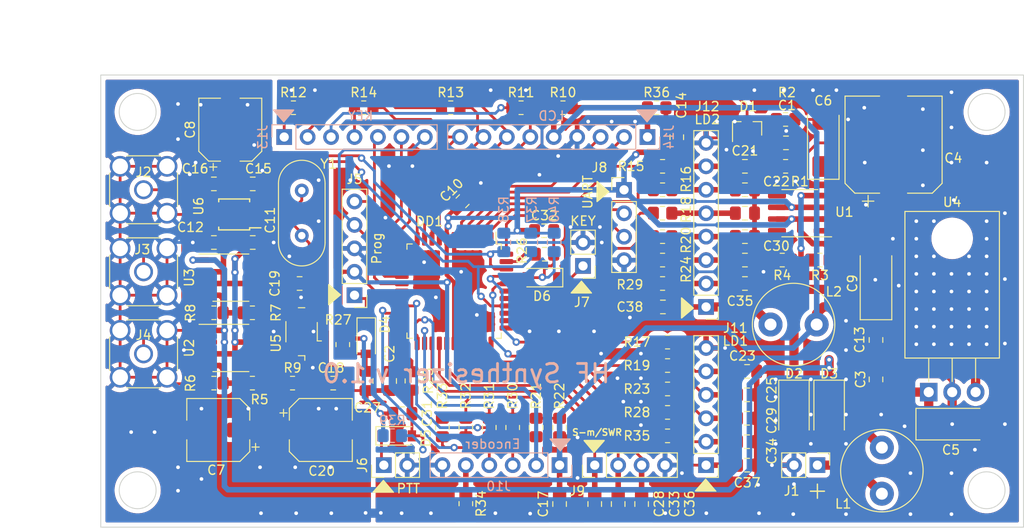
<source format=kicad_pcb>
(kicad_pcb (version 20211014) (generator pcbnew)
  (title_block (title "Синтезатор для ТПП") (date "2023-01-10") (company "HAM Radio") (comment 1 "СНТП10.100 ПП") (comment 2 "RK9AMX") (comment 3 "Oleg9"))
  (layers (0 "F.Cu" signal) (31 "B.Cu" signal) (34 "B.Paste" user) (35 "F.Paste" user) (36 "B.SilkS" user "B.Silkscreen") (37 "F.SilkS" user "F.Silkscreen") (38 "B.Mask" user) (39 "F.Mask" user) (44 "Edge.Cuts" user))
  (net 0 "")
  (net 1 "/PSVE")
  (net 2 "GNDD")
  (net 3 "Net-(C2-Pad2)")
  (net 4 "Net-(C3-Pad1)")
  (net 5 "Net-(C4-Pad1)")
  (net 6 "/PVDD")
  (net 7 "/S1VDD")
  (net 8 "/S2VDD")
  (net 9 "/DVDD")
  (net 10 "Net-(C18-Pad1)")
  (net 11 "Net-(C19-Pad1)")
  (net 12 "Net-(C19-Pad2)")
  (net 13 "Net-(C21-Pad1)")
  (net 14 "Net-(C22-Pad1)")
  (net 15 "Net-(C23-Pad1)")
  (net 16 "Net-(C24-Pad1)")
  (net 17 "Net-(C25-Pad1)")
  (net 18 "Net-(C26-Pad1)")
  (net 19 "Net-(C27-Pad1)")
  (net 20 "/S-m")
  (net 21 "Net-(C29-Pad1)")
  (net 22 "Net-(C30-Pad1)")
  (net 23 "Net-(C31-Pad1)")
  (net 24 "Net-(C32-Pad1)")
  (net 25 "/SWR1")
  (net 26 "Net-(C34-Pad1)")
  (net 27 "Net-(C35-Pad1)")
  (net 28 "/SWR2")
  (net 29 "Net-(C37-Pad1)")
  (net 30 "Net-(C38-Pad1)")
  (net 31 "/+Vin")
  (net 32 "/MCLR")
  (net 33 "Net-(D5-Pad1)")
  (net 34 "Net-(D6-Pad1)")
  (net 35 "/USrx")
  (net 36 "/ATT")
  (net 37 "/PRE")
  (net 38 "/RS")
  (net 39 "/E")
  (net 40 "/DB4")
  (net 41 "/DB5")
  (net 42 "/DB6")
  (net 45 "/DB7")
  (net 46 "/KEYin1")
  (net 47 "/KEYin2")
  (net 48 "/KEYin3")
  (net 49 "/C1in")
  (net 50 "/C2in")
  (net 51 "/PTTin")
  (net 52 "/C1out")
  (net 53 "/C2out")
  (net 54 "/U{slash}Lsb")
  (net 55 "/CW")
  (net 56 "/FLT")
  (net 59 "/B0")
  (net 60 "/B1")
  (net 61 "/SCL")
  (net 62 "/B2")
  (net 63 "/B3")
  (net 64 "/TX1out")
  (net 65 "/TX2out")
  (net 66 "/SDA")
  (net 67 "/CWKin")
  (net 68 "/UStx")
  (net 69 "Net-(J14-Pad1)")
  (net 70 "Net-(J1-Pad1)")
  (net 71 "Net-(J2-Pad1)")
  (net 72 "Net-(J3-Pad1)")
  (net 73 "Net-(J4-Pad1)")
  (net 74 "Net-(J10-Pad5)")
  (net 75 "Net-(R3-Pad2)")
  (net 76 "Net-(R5-Pad2)")
  (net 77 "Net-(R7-Pad2)")
  (net 78 "Net-(J13-Pad1)")
  (net 79 "Net-(J13-Pad2)")
  (net 80 "Net-(J13-Pad3)")
  (net 81 "Net-(J13-Pad4)")
  (net 82 "Net-(R21-Pad1)")
  (net 90 "Net-(U6-Pad3)")
  (footprint "Resistor_SMD:R_0805_2012Metric_Pad1.20x1.40mm_HandSolder" (layer "F.Cu") (at 229.581 122.325 180)
    (fp_text reference "R17")
    (fp_text value "470")
  )
  (footprint "Diode_SMD:D_SMA" (layer "F.Cu") (at 247.091 129.85 -90)
    (fp_text reference "D3")
    (fp_text value "US1M")
  )
  (footprint "Resistor_SMD:R_0805_2012Metric_Pad1.20x1.40mm_HandSolder" (layer "F.Cu") (at 229.041 105.815 180)
    (fp_text reference "R16")
    (fp_text value "470")
  )
  (footprint "Inductor_THT:L_Radial_D8.7mm_P5.00mm_Fastron_07HCP" (layer "F.Cu") (at 252.806 138.755 90)
    (fp_text reference "L1")
    (fp_text value "47uH")
  )
  (footprint "Capacitor_SMD:C_0805_2012Metric_Pad1.18x1.45mm_HandSolder" (layer "F.Cu") (at 238.201 133.12)
    (fp_text reference "C34")
    (fp_text value "0.01")
  )
  (footprint "Resistor_SMD:R_0805_2012Metric_Pad1.20x1.40mm_HandSolder" (layer "F.Cu") (at 229.581 132.485 180)
    (fp_text reference "R35")
    (fp_text value "470")
  )
  (footprint "Connector_Coaxial:SMA_Wurth_60312002114503_Vertical" (layer "F.Cu") (at 172.796 105.815)
    (fp_text reference "J2")
    (fp_text value "RF3")
  )
  (footprint "Resistor_SMD:R_0805_2012Metric_Pad1.20x1.40mm_HandSolder" (layer "F.Cu") (at 246.091 113.435 180)
    (fp_text reference "R3")
    (fp_text value "470")
  )
  (footprint "Resistor_SMD:R_0805_2012Metric_Pad1.20x1.40mm_HandSolder" (layer "F.Cu") (at 206.086 96.925)
    (fp_text reference "R13")
    (fp_text value "470")
  )
  (footprint "Resistor_SMD:R_0805_2012Metric_Pad1.20x1.40mm_HandSolder" (layer "F.Cu") (at 229.581 124.865 180)
    (fp_text reference "R19")
    (fp_text value "470")
  )
  (footprint "Capacitor_SMD:C_0805_2012Metric_Pad1.18x1.45mm_HandSolder" (layer "F.Cu") (at 238.201 135.66)
    (fp_text reference "C37")
    (fp_text value "0.01")
  )
  (footprint "Resistor_SMD:R_0805_2012Metric_Pad1.20x1.40mm_HandSolder" (layer "F.Cu") (at 218.246 96.925)
    (fp_text reference "R10")
    (fp_text value "5.1k")
  )
  (footprint "Capacitor_Tantalum_SMD:CP_EIA-6032-28_Kemet-C_Pad2.25x2.35mm_HandSolder" (layer "F.Cu") (at 252.171 115.965 90)
    (fp_text reference "C9")
    (fp_text value "10u/16V")
  )
  (footprint "Diode_SMD:D_SOD-123" (layer "F.Cu") (at 196.926 121.945 -90)
    (fp_text reference "D4")
    (fp_text value "1N4148W")
  )
  (footprint "Capacitor_SMD:C_0805_2012Metric_Pad1.18x1.45mm_HandSolder" (layer "F.Cu") (at 230.581 100.1215 90)
    (fp_text reference "C14")
    (fp_text value "0.01")
  )
  (footprint "Capacitor_SMD:C_0805_2012Metric_Pad1.18x1.45mm_HandSolder" (layer "F.Cu") (at 242.4135 100.735)
    (fp_text reference "C1")
    (fp_text value "0.1")
  )
  (footprint "Resistor_SMD:R_0805_2012Metric_Pad1.20x1.40mm_HandSolder" (layer "F.Cu") (at 207.721 131.58 90)
    (fp_text reference "R32")
    (fp_text value "4.7k")
  )
  (footprint "Resistor_SMD:R_0805_2012Metric_Pad1.20x1.40mm_HandSolder" (layer "F.Cu") (at 229.041 103.275 180)
    (fp_text reference "R15")
    (fp_text value "470")
  )
  (footprint "Resistor_SMD:R_0805_2012Metric_Pad1.20x1.40mm_HandSolder" (layer "F.Cu") (at 215.341 131.58 -90)
    (fp_text reference "R21")
    (fp_text value "NC")
  )
  (footprint "Resistor_SMD:R_0805_2012Metric_Pad1.20x1.40mm_HandSolder" (layer "F.Cu") (at 210.261 131.58 90)
    (fp_text reference "R31")
    (fp_text value "470k")
  )
  (footprint "Resistor_SMD:R_0805_2012Metric_Pad1.20x1.40mm_HandSolder" (layer "F.Cu") (at 194.386 122.595 -90)
    (fp_text reference "R27")
    (fp_text value "10k")
  )
  (footprint "Resistor_SMD:R_0805_2012Metric_Pad1.20x1.40mm_HandSolder" (layer "F.Cu") (at 229.041 115.975 180)
    (fp_text reference "R29")
    (fp_text value "470")
  )
  (footprint "Connector_Coaxial:SMA_Wurth_60312002114503_Vertical" (layer "F.Cu") (at 172.796 114.705)
    (fp_text reference "J3")
    (fp_text value "RF2")
  )
  (footprint "Resistor_SMD:R_0805_2012Metric_Pad1.20x1.40mm_HandSolder" (layer "F.Cu") (at 229.041 113.435 180)
    (fp_text reference "R24")
    (fp_text value "470")
  )
  (footprint "Resistor_SMD:R_0805_2012Metric_Pad1.20x1.40mm_HandSolder" (layer "F.Cu") (at 188.941 126.77 180)
    (fp_text reference "R9")
    (fp_text value "100")
  )
  (footprint "Capacitor_SMD:C_0805_2012Metric_Pad1.18x1.45mm_HandSolder" (layer "F.Cu") (at 199.466 126.5375 90)
    (fp_text reference "C2")
    (fp_text value "0.1")
  )
  (footprint "Inductor_THT:L_Radial_D8.7mm_P5.00mm_Fastron_07HCP" (layer "F.Cu") (at 245.741 120.42 180)
    (fp_text reference "L2")
    (fp_text value "47uH")
  )
  (footprint "Capacitor_SMD:C_0805_2012Metric_Pad1.18x1.45mm_HandSolder" (layer "F.Cu") (at 217.881 139.8725 -90)
    (fp_text reference "C17")
    (fp_text value "0.01")
  )
  (footprint "Connector_PinHeader_2.54mm:PinHeader_1x04_P2.54mm_Vertical" (layer "F.Cu") (at 224.866 105.825)
    (fp_text reference "J8")
    (fp_text value "UART")
  )
  (footprint "Capacitor_SMD:C_0805_2012Metric_Pad1.18x1.45mm_HandSolder" (layer "F.Cu") (at 237.9685 108.355)
    (fp_text reference "C24" hide)
    (fp_text value "0.01")
  )
  (footprint "Capacitor_Tantalum_SMD:CP_EIA-6032-28_Kemet-C_Pad2.25x2.35mm_HandSolder" (layer "F.Cu") (at 260.436 131.215)
    (fp_text reference "C5")
    (fp_text value "10u/16V")
  )
  (footprint "Capacitor_SMD:C_0805_2012Metric_Pad1.18x1.45mm_HandSolder" (layer "F.Cu") (at 252.171 126.3675 90)
    (fp_text reference "C3")
    (fp_text value "0.1")
  )
  (footprint "Diode_SMD:D_SOD-123" (layer "F.Cu") (at 215.976 115.34 180)
    (fp_text reference "D6")
    (fp_text value "1N4148W")
  )
  (footprint "Resistor_SMD:R_0805_2012Metric_Pad1.20x1.40mm_HandSolder" (layer "F.Cu") (at 229.581 127.405 180)
    (fp_text reference "R23")
    (fp_text value "470")
  )
  (footprint "Resistor_SMD:R_0805_2012Metric_Pad1.20x1.40mm_HandSolder" (layer "F.Cu") (at 216.246 112.8 180)
    (fp_text reference "R26")
    (fp_text value "470")
  )
  (footprint "Diode_SMD:D_SMA" (layer "F.Cu") (at 243.281 129.85 -90)
    (fp_text reference "D2")
    (fp_text value "US1M")
  )
  (footprint "Capacitor_SMD:C_0805_2012Metric_Pad1.18x1.45mm_HandSolder" (layer "F.Cu") (at 200.8415 130.072 180)
    (fp_text reference "C31")
    (fp_text value "0.01")
  )
  (footprint "Capacitor_SMD:C_0805_2012Metric_Pad1.18x1.45mm_HandSolder" (layer "F.Cu") (at 184.6285 111.53)
    (fp_text reference "C11")
    (fp_text value "0.1")
  )
  (footprint "Resistor_SMD:R_0805_2012Metric_Pad1.20x1.40mm_HandSolder" (layer "F.Cu") (at 242.376 98.195)
    (fp_text reference "R2")
    (fp_text value "10k")
  )
  (footprint "Capacitor_Tantalum_SMD:CP_EIA-6032-28_Kemet-C_Pad2.25x2.35mm_HandSolder" (layer "F.Cu") (at 246.456 100.745 90)
    (fp_text reference "C6")
    (fp_text value "10u/16V")
  )
  (footprint "Capacitor_SMD:C_0805_2012Metric_Pad1.18x1.45mm_HandSolder" (layer "F.Cu") (at 221.691 139.8725 -90)
    (fp_text reference "C28")
    (fp_text value "0.01")
  )
  (footprint "Package_SO:MSOP-10_3x3mm_P0.5mm" (layer "F.Cu") (at 182.616 108.49 180)
    (fp_text reference "U6")
    (fp_text value "Si5351A-B-GT")
  )
  (footprint "Capacitor_SMD:CP_Elec_6.3x7.7" (layer "F.Cu") (at 180.891 131.85 180)
    (fp_text reference "C7")
    (fp_text value "220u/16V")
  )
  (footprint "Resistor_SMD:R_0805_2012Metric_Pad1.20x1.40mm_HandSolder" (layer "F.Cu") (at 207.721 139.835 -90)
    (fp_text reference "R34")
    (fp_text value "1k")
  )
  (footprint "Package_TO_SOT_THT:TO-220-3_Horizontal_TabDown" (layer "F.Cu") (at 257.886 127.745)
    (fp_text reference "U4")
    (fp_text value "LM7805_TO220")
  )
  (footprint "Capacitor_SMD:C_0805_2012Metric_Pad1.18x1.45mm_HandSolder" (layer "F.Cu") (at 224.231 139.8725 -90)
    (fp_text reference "C33")
    (fp_text value "0.01")
  )
  (footprint "Capacitor_SMD:C_0805_2012Metric_Pad1.18x1.45mm_HandSolder" (layer "F.Cu") (at 252.171 122.0925 -90)
    (fp_text reference "C13")
    (fp_text value "0.1")
  )
  (footprint "Resistor_SMD:R_0805_2012Metric_Pad1.20x1.40mm_HandSolder" (layer "F.Cu") (at 184.591 119.15 180)
    (fp_text reference "R7")
    (fp_text value "470")
  )
  (footprint "Capacitor_SMD:C_0805_2012Metric_Pad1.18x1.45mm_HandSolder" (layer "F.Cu") (at 226.771 139.8725 -90)
    (fp_text reference "C36")
    (fp_text value "0.01")
  )
  (footprint "Resistor_SMD:R_0805_2012Metric_Pad1.20x1.40mm_HandSolder" (layer "F.Cu") (at 212.801 131.58 90)
    (fp_text reference "R30")
    (fp_text value "470k")
  )
  (footprint "Connector_Coaxial:SMA_Wurth_60312002114503_Vertical" (layer "F.Cu") (at 172.796 123.595)
    (fp_text reference "J4")
    (fp_text value "RF1")
  )
  (footprint "Capacitor_SMD:C_0805_2012Metric_Pad1.18x1.45mm_HandSolder" (layer "F.Cu") (at 207.368377 107.056623 45)
    (fp_text reference "C10")
    (fp_text value "0.1")
  )
  (footprint "Capacitor_SMD:C_0805_2012Metric_Pad1.18x1.45mm_HandSolder" (layer "F.Cu") (at 196.926 126.5375 -90)
    (fp_text reference "C27")
    (fp_text value "0.1")
  )
  (footprint "Resistor_SMD:R_0805_2012Metric_Pad1.20x1.40mm_HandSolder" (layer "F.Cu") (at 228.406 96.925)
    (fp_text reference "R36")
    (fp_text value "1k")
  )
  (footprint "Resistor_SMD:R_0805_2012Metric_Pad1.20x1.40mm_HandSolder" (layer "F.Cu") (at 229.581 129.945 180)
    (fp_text reference "R28")
    (fp_text value "470")
  )
  (footprint "Capacitor_SMD:CP_Elec_6.3x7.7" (layer "F.Cu") (at 192.006 131.85)
    (fp_text reference "C20")
    (fp_text value "220u/16V")
  )
  (footprint "Capacitor_SMD:C_0805_2012Metric_Pad1.18x1.45mm_HandSolder" (layer "F.Cu") (at 237.9685 103.275)
    (fp_text reference "C21")
    (fp_text value "0.01")
  )
  (footprint "Capacitor_SMD:C_0805_2012Metric_Pad1.18x1.45mm_HandSolder" (layer "F.Cu") (at 216.2085 110.26 180)
    (fp_text reference "C32")
    (fp_text value "0.01")
  )
  (footprint "Crystal:Crystal_HC49-4H_Vertical" (layer "F.Cu") (at 189.941 105.905 -90)
    (fp_text reference "Y1")
    (fp_text value "25MHz")
  )
  (footprint "Resistor_SMD:R_0805_2012Metric_Pad1.20x1.40mm_HandSolder" (layer "F.Cu") (at 180.416 119.15 180)
    (fp_text reference "R8")
    (fp_text value "750")
  )
  (footprint "Package_SO:SOIC-8_3.9x4.9mm_P1.27mm" (layer "F.Cu") (at 182.256 115.34)
    (fp_text reference "U3")
    (fp_text value "LM317L_SO8")
  )
  (footprint "Capacitor_SMD:C_0805_2012Metric_Pad1.18x1.45mm_HandSolder" (layer "F.Cu") (at 238.201 130.58)
    (fp_text reference "C29")
    (fp_text value "0.01")
  )
  (footprint "Connector_PinHeader_2.54mm:PinHeader_1x02_P2.54mm_Vertical" (layer "F.Cu") (at 245.821 135.66 -90)
    (fp_text reference "J1")
    (fp_text value "VCC")
  )
  (footprint "Resistor_SMD:R_0805_2012Metric_Pad1.20x1.40mm_HandSolder" (layer "F.Cu") (at 184.591 126.77 180)
    (fp_text reference "R5")
    (fp_text value "470")
  )
  (footprint "Resistor_SMD:R_0805_2012Metric_Pad1.20x1.40mm_HandSolder" (layer "F.Cu") (at 229.041 108.355 180)
    (fp_text reference "R18")
    (fp_text value "470")
  )
  (footprint "Capacitor_SMD:C_0805_2012Metric_Pad1.18x1.45mm_HandSolder" (layer "F.Cu") (at 237.9685 105.815)
    (fp_text reference "C22")
    (fp_text value "0.01")
  )
  (footprint "Capacitor_SMD:C_0805_2012Metric_Pad1.18x1.45mm_HandSolder" (layer "F.Cu") (at 238.201 128.04)
    (fp_text reference "C25")
    (fp_text value "0.01")
  )
  (footprint "Connector_PinHeader_2.54mm:PinHeader_1x02_P2.54mm_Vertical" (layer "F.Cu") (at 220.421 114.07 180)
    (fp_text reference "J7")
    (fp_text value "KEY")
  )
  (footprint "Package_QFP:LQFP-44_10x10mm_P0.8mm" (layer "F.Cu") (at 206.451 116.8 -90)
    (fp_text reference "DD1")
    (fp_text value "PIC16F1787I/PT")
  )
  (footprint "Capacitor_SMD:C_0805_2012Metric_Pad1.18x1.45mm_HandSolder" (layer "F.Cu") (at 180.416 111.53 180)
    (fp_text reference "C12")
    (fp_text value "0.1")
  )
  (footprint "Connector_PinHeader_2.54mm:PinHeader_1x06_P2.54mm_Vertical" (layer "F.Cu") (at 233.756 135.66 180)
    (fp_text reference "J11")
    (fp_text value "LD1")
  )
  (footprint "Capacitor_SMD:C_0805_2012Metric_Pad1.18x1.45mm_HandSolder" (layer "F.Cu") (at 180.416 105.18 180)
    (fp_text reference "C16")
    (fp_text value "1000")
  )
  (footprint "Capacitor_SMD:CP_Elec_6.3x7.7" (layer "F.Cu") (at 182.194 99.305 90)
    (fp_text reference "C8")
    (fp_text value "220u/16V")
  )
  (footprint "Resistor_SMD:R_0805_2012Metric_Pad1.20x1.40mm_HandSolder" (layer "F.Cu") (at 217.881 131.58 -90)
    (fp_text reference "R22")
    (fp_text value "0")
  )
  (footprint "Connector_PinHeader_2.54mm:PinHeader_1x08_P2.54mm_Vertical" (layer "F.Cu") (at 233.756 118.515 180)
    (fp_text reference "J12")
    (fp_text value "LD2")
  )
  (footprint "Capacitor_SMD:C_0805_2012Metric_Pad1.18x1.45mm_HandSolder" (layer "F.Cu") (at 237.9685 113.435)
    (fp_text reference "C30")
    (fp_text value "0.01")
  )
  (footprint "Capacitor_SMD:C_0805_2012Metric_Pad1.18x1.45mm_HandSolder" (layer "F.Cu") (at 193.3485 126.77)
    (fp_text reference "C18")
    (fp_text value "0.1")
  )
  (footprint "Diode_SMD:D_SOT-23_ANK" (layer "F.Cu") (at 238.201 99.195 90)
    (fp_text reference "D1")
    (fp_text value "BZX84C3V3")
  )
  (footprint "Resistor_SMD:R_0805_2012Metric_Pad1.20x1.40mm_HandSolder" (layer "F.Cu") (at 242.376 103.275 180)
    (fp_text reference "R1")
    (fp_text value "39k")
  )
  (footprint "Capacitor_SMD:CP_Elec_10x10" (layer "F.Cu") (at 254.076 100.925 90)
    (fp_text reference "C4")
    (fp_text value "470u/16V")
  )
  (footprint "Resistor_SMD:R_0805_2012Metric_Pad1.20x1.40mm_HandSolder" (layer "F.Cu") (at 189.036 96.925)
    (fp_text reference "R12")
    (fp_text value "470")
  )
  (footprint "Resistor_SMD:R_0805_2012Metric_Pad1.20x1.40mm_HandSolder" (layer "F.Cu") (at 201.879 126.532 90)
    (fp_text reference "R25")
    (fp_text value "470")
  )
  (footprint "Capacitor_SMD:C_0805_2012Metric_Pad1.18x1.45mm_HandSolder" (layer "F.Cu") (at 237.9685 115.975)
    (fp_text reference "C35")
    (fp_text value "0.01")
  )
  (footprint "Connector_PinHeader_2.54mm:PinHeader_1x04_P2.54mm_Vertical" (layer "F.Cu") (at 221.691 135.66 90)
    (fp_text reference "J9")
    (fp_text value "S-m/SWR")
  )
  (footprint "Package_SO:SOIC-8_3.9x4.9mm_P1.27mm" (layer "F.Cu") (at 182.256 122.96)
    (fp_text reference "U2")
    (fp_text value "LM317L_SO8")
  )
  (footprint "Diode_SMD:D_SOD-123" (layer "F.Cu") (at 200.227 132.485)
    (fp_text reference "D5")
    (fp_text value "1N4148W")
  )
  (footprint "Resistor_SMD:R_0805_2012Metric_Pad1.20x1.40mm_HandSolder" (layer "F.Cu") (at 242.011 113.435 180)
    (fp_text reference "R4")
    (fp_text value "750")
  )
  (footprint "Resistor_SMD:R_0805_2012Metric_Pad1.20x1.40mm_HandSolder" (layer "F.Cu") (at 196.656 96.925)
    (fp_text reference "R14")
    (fp_text value "470")
  )
  (footprint "Capacitor_SMD:C_0805_2012Metric_Pad1.18x1.45mm_HandSolder" (layer "F.Cu") (at 238.201 125.5)
    (fp_text reference "C23")
    (fp_text value "0.01")
  )
  (footprint "Connector_PinHeader_2.54mm:PinHeader_1x05_P2.54mm_Vertical" (layer "F.Cu") (at 195.656 117.245 180)
    (fp_text reference "J5")
    (fp_text value "Prog")
  )
  (footprint "Resistor_SMD:R_0805_2012Metric_Pad1.20x1.40mm_HandSolder" (layer "F.Cu") (at 213.706 96.925)
    (fp_text reference "R11")
    (fp_text value "470")
  )
  (footprint "Package_SO:SOIC-8_3.9x4.9mm_P1.27mm" (layer "F.Cu") (at 243.916 108.355 180)
    (fp_text reference "U1")
    (fp_text value "LM317L_SO8")
  )
  (footprint "Resistor_SMD:R_0805_2012Metric_Pad1.20x1.40mm_HandSolder" (layer "F.Cu") (at 180.416 126.77 180)
    (fp_text reference "R6")
    (fp_text value "750")
  )
  (footprint "Capacitor_SMD:C_0805_2012Metric_Pad1.18x1.45mm_HandSolder" (layer "F.Cu") (at 237.9685 110.895)
    (fp_text reference "C26" hide)
    (fp_text value "0.01")
  )
  (footprint "Resistor_SMD:R_0805_2012Metric_Pad1.20x1.40mm_HandSolder" (layer "F.Cu") (at 205.181 131.58 90)
    (fp_text reference "R33")
    (fp_text value "4.7k")
  )
  (footprint "Connector_PinHeader_2.54mm:PinHeader_1x02_P2.54mm_Vertical" (layer "F.Cu") (at 198.831 135.66 90)
    (fp_text reference "J6")
    (fp_text value "PTT")
  )
  (footprint "Resistor_SMD:R_0805_2012Metric_Pad1.20x1.40mm_HandSolder" (layer "F.Cu") (at 229.041 110.895 180)
    (fp_text reference "R20")
    (fp_text value "470")
  )
  (footprint "Oscillator:Oscillator_SMD_Fox_FT5H_5.0x3.2mm" (layer "F.Cu") (at 189.921 121.2 180)
    (fp_text reference "U5")
    (fp_text value "FT5HV")
  )
  (footprint "Capacitor_SMD:C_0805_2012Metric_Pad1.18x1.45mm_HandSolder" (layer "F.Cu") (at 189.7085 115.975)
    (fp_text reference "C19")
    (fp_text value "0.01")
  )
  (footprint "Capacitor_SMD:C_0805_2012Metric_Pad1.18x1.45mm_HandSolder" (layer "F.Cu") (at 229.0785 118.515 180)
    (fp_text reference "C38")
    (fp_text value "0.01")
  )
  (footprint "Capacitor_SMD:C_0805_2012Metric_Pad1.18x1.45mm_HandSolder" (layer "F.Cu") (at 184.6285 105.18)
    (fp_text reference "C15")
    (fp_text value "1000")
  )
  (footprint "Resistor_SMD:R_0805_2012Metric_Pad1.20x1.40mm_HandSolder" (layer "B.Cu") (at 214.757 111.522 90)
    (fp_text reference "R37")
    (fp_text value "10k")
  )
  (footprint "Connector_PinHeader_2.54mm:PinHeader_1x07_P2.54mm_Vertical" (layer "B.Cu") (at 188.036 100.1 -90)
    (fp_text reference "J13")
    (fp_text value "KEY")
  )
  (footprint "Resistor_SMD:R_0805_2012Metric_Pad1.20x1.40mm_HandSolder" (layer "B.Cu") (at 211.836 111.522 90)
    (fp_text reference "R38")
    (fp_text value "10k")
  )
  (footprint "Connector_PinHeader_2.54mm:PinHeader_1x09_P2.54mm_Vertical" (layer "B.Cu") (at 227.406 100.1 90)
    (fp_text reference "J14")
    (fp_text value "LCD")
  )
  (footprint "Connector_PinHeader_2.54mm:PinHeader_1x06_P2.54mm_Vertical" (layer "B.Cu") (at 217.881 135.66 90)
    (fp_text reference "J10")
    (fp_text value "Encoder")
  )
  (footprint "Resistor_SMD:R_0805_2012Metric_Pad1.20x1.40mm_HandSolder" (layer "B.Cu") (at 217.297 111.522 90)
    (fp_text reference "R40")
    (fp_text value "10k")
  )
  (footprint "Resistor_SMD:R_0805_2012Metric_Pad1.20x1.40mm_HandSolder" (layer "B.Cu") (at 199.755 132.461 180)
    (fp_text reference "R39")
    (fp_text value "10k")
  )
  (gr_poly (pts (xy 217.963378 134.08687) (xy 216.865 132.8306) (xy 219.024 132.8306)) (layer "B.SilkS") (width 0.15) (fill solid))
  (gr_poly (pts (xy 227.361378 98.43527) (xy 226.263 97.179) (xy 228.422 97.179)) (layer "B.SilkS") (width 0.15) (fill solid))
  (gr_poly (pts (xy 187.991378 98.43527) (xy 186.893 97.179) (xy 189.052 97.179)) (layer "B.SilkS") (width 0.15) (fill solid))
  (gr_poly (pts (xy 233.711378 137.19773) (xy 232.613 138.454) (xy 234.772 138.454)) (layer "F.SilkS") (width 0.15) (fill solid))
  (gr_poly (pts (xy 223.20127 106.024378) (xy 221.945 104.926) (xy 221.945 107.085)) (layer "F.SilkS") (width 0.15) (fill solid))
  (gr_poly (pts (xy 194.11827 117.200378) (xy 192.862 116.102) (xy 192.862 118.261)) (layer "F.SilkS") (width 0.15) (fill solid))
  (gr_poly (pts (xy 221.608622 134.24927) (xy 222.707 132.993) (xy 220.548 132.993)) (layer "F.SilkS") (width 0.15) (fill solid))
  (gr_poly (pts (xy 198.786378 137.32473) (xy 197.688 138.581) (xy 199.847 138.581)) (layer "F.SilkS") (width 0.15) (fill solid))
  (gr_poly (pts (xy 232.359 118.642) (xy 231.10273 117.543622) (xy 231.10273 119.702622)) (layer "F.SilkS") (width 0.15) (fill solid))
  (gr_poly (pts (xy 220.249378 115.73473) (xy 219.151 116.991) (xy 221.31 116.991)) (layer "F.SilkS") (width 0.15) (fill solid))
  (gr_circle (center 264.156 97.38) (end 264.156 99.38) (layer "Edge.Cuts") (width 0.1) (fill none))
  (gr_circle (center 264.156 138.38) (end 264.156 140.38) (layer "Edge.Cuts") (width 0.1) (fill none))
  (gr_rect (start 268.156 93.38) (end 168.156 142.38) (layer "Edge.Cuts") (width 0.1) (fill none))
  (gr_circle (center 172.156 138.38) (end 172.156 140.38) (layer "Edge.Cuts") (width 0.1) (fill none))
  (gr_circle (center 172.156 97.38) (end 172.156 99.38) (layer "Edge.Cuts") (width 0.1) (fill none))
  (gr_text "HF Synthesizer v.1.0" (at 207.772 125.73) (layer "B.SilkS") (effects (font (size 2 2) (thickness 0.3)) (justify mirror)))
  (gr_text "+" (at 245.821 138.327) (layer "F.SilkS") (effects (font (size 2 2))))
  (segment (start 215.976 100.862) (end 215.976 95.782) (width 0.3) (layer "F.Cu") (net 1))
  (segment (start 208.229 103.783) (end 213.055 103.783) (width 0.3) (layer "F.Cu") (net 1))
  (segment (start 213.055 103.783) (end 215.976 100.862) (width 0.3) (layer "F.Cu") (net 1))
  (segment (start 241.376 98.195) (end 238.201 98.195) (width 0.3) (layer "F.Cu") (net 1))
  (segment (start 241.376 103.275) (end 241.376 100.735) (width 0.3) (layer "F.Cu") (net 1))
  (segment (start 215.976 95.782) (end 216.357 95.401) (width 0.3) (layer "F.Cu") (net 1))
  (segment (start 241.376 100.735) (end 241.376 98.195) (width 0.3) (layer "F.Cu") (net 1))
  (segment (start 204.851 111.1375) (end 204.851 107.161) (width 0.3) (layer "F.Cu") (net 1))
  (segment (start 236.804 95.401) (end 238.201 96.798) (width 0.3) (layer "F.Cu") (net 1))
  (segment (start 204.851 107.161) (end 208.229 103.783) (width 0.3) (layer "F.Cu") (net 1))
  (segment (start 216.357 95.401) (end 236.804 95.401) (width 0.3) (layer "F.Cu") (net 1))
  (segment (start 238.201 96.798) (end 238.201 98.195) (width 0.3) (layer "F.Cu") (net 1))
  (segment (start 229.311 139.978) (end 228.379 140.91) (width 0.3) (layer "F.Cu") (net 2))
  (segment (start 205.181 135.66) (end 205.181 140.359) (width 0.3) (layer "F.Cu") (net 2))
  (segment (start 219.829 137.041) (end 219.829 140.91) (width 0.3) (layer "F.Cu") (net 2))
  (segment (start 176.981 121.055) (end 177.796 120.24) (width 0.3) (layer "F.Cu") (net 2))
  (segment (start 219.754 132.58) (end 219.829 132.655) (width 0.3) (layer "F.Cu") (net 2))
  (segment (start 233.756 98.83) (end 233.756 100.735) (width 0.6) (layer "F.Cu") (net 2))
  (segment (start 205.181 135.66) (end 201.371 135.66) (width 0.3) (layer "F.Cu") (net 2))
  (segment (start 242.443 99.441) (end 243.332 99.441) (width 0.3) (layer "F.Cu") (net 2))
  (segment (start 238.582 122.96) (end 239.2385 123.6165) (width 0.6) (layer "F.Cu") (net 2))
  (segment (start 206.832 115.086) (end 206.451 114.705) (width 0.45) (layer "F.Cu") (net 2))
  (segment (start 252.171 123.13) (end 252.171 125.33) (width 0.6) (layer "F.Cu") (net 2))
  (segment (start 243.332 99.441) (end 243.376 99.485) (width 0.3) (layer "F.Cu") (net 2))
  (segment (start 177.876 100.735) (end 177.876 97.56) (width 0.3) (layer "F.Cu") (net 2))
  (segment (start 252.171 113.415) (end 255.366 113.415) (width 0.3) (layer "F.Cu") (net 2))
  (segment (start 257.251 105.334) (end 257.251 101.524) (width 0.3) (layer "F.Cu") (net 2))
  (segment (start 234.296 100.195) (end 233.756 100.735) (width 0.3) (layer "F.Cu") (net 2))
  (segment (start 191.211 121.182) (end 192.735 121.182) (width 0.3) (layer "F.Cu") (net 2))
  (segment (start 228.168 120.42) (end 228.041 120.293) (width 0.6) (layer "F.Cu") (net 2))
  (segment (start 175.336 103.275) (end 177.876 100.735) (width 0.3) (layer "F.Cu") (net 2))
  (segment (start 228.041 120.293) (end 228.041 118.515) (width 0.6) (layer "F.Cu") (net 2))
  (segment (start 239.006 110.895) (end 239.006 113.435) (width 0.3) (layer "F.Cu") (net 2))
  (segment (start 207.251 122.4625) (end 207.251 115.505) (width 0.45) (layer "F.Cu") (net 2))
  (segment (start 184.065 96.605) (end 182.194 96.605) (width 0.3) (layer "F.Cu") (net 2))
  (segment (start 249.15 98.195) (end 246.456 98.195) (width 0.3) (layer "F.Cu") (net 2))
  (segment (start 237.251 100.195) (end 234.296 100.195) (width 0.3) (layer "F.Cu") (net 2))
  (segment (start 260.426 131.215) (end 262.986 131.215) (width 1) (layer "F.Cu") (net 2))
  (segment (start 207.721 140.835) (end 198.509 140.835) (width 0.8) (layer "F.Cu") (net 2))
  (segment (start 175.336 112.165) (end 175.336 117.245) (width 0.3) (layer "F.Cu") (net 2))
  (segment (start 195.529 126.77) (end 195.529 127.532) (width 0.3) (layer "F.Cu") (net 2))
  (segment (start 185.666 97.222) (end 185.049 96.605) (width 0.3) (layer "F.Cu") (net 2))
  (segment (start 239.006 101.794) (end 238.836 101.624) (width 0.3) (layer "F.Cu") (net 2))
  (segment (start 192.862 124.992) (end 194.386 124.992) (width 0.3) (layer "F.Cu") (net 2))
  (segment (start 185.666 111.53) (end 186.893 111.53) (width 0.6) (layer "F.Cu") (net 2))
  (segment (start 229.311 135.66) (end 229.311 139.978) (width 0.3) (layer "F.Cu") (net 2))
  (segment (start 239.979 114.705) (end 239.049 114.705) (width 0.3) (layer "F.Cu") (net 2))
  (segment (start 264.744 106.958) (end 257.251 106.958) (width 1) (layer "F.Cu") (net 2))
  (segment (start 205.657 140.835) (end 207.721 140.835) (width 0.3) (layer "F.Cu") (net 2))
  (segment (start 175.336 108.355) (end 170.256 108.355) (width 0.3) (layer "F.Cu") (net 2))
  (segment (start 194.386 129.31) (end 194.706 129.63) (width 0.3) (layer "F.Cu") (net 2))
  (segment (start 175.336 103.275) (end 170.256 103.275) (width 0.3) (layer "F.Cu") (net 2))
  (segment (start 177.241 105.18) (end 175.336 103.275) (width 0.3) (layer "F.Cu") (net 2))
  (segment (start 170.256 117.245) (end 170.256 112.165) (width 0.3) (layer "F.Cu") (net 2))
  (segment (start 199.466 127.575) (end 196.926 127.575) (width 0.3) (layer "F.Cu") (net 2))
  (segment (start 243.376 99.485) (end 243.376 100.66) (width 0.3) (layer "F.Cu") (net 2))
  (segment (start 239.006 103.275) (end 239.006 105.815) (width 0.3) (layer "F.Cu") (net 2))
  (segment (start 178.831 96.605) (end 178.985 96.605) (width 0.3) (layer "F.Cu") (net 2))
  (segment (start 178.191 126.836) (end 176.037 126.836) (width 0.3) (layer "F.Cu") (net 2))
  (segment (start 233.121 120.42) (end 228.168 120.42) (width 0.6) (layer "F.Cu") (net 2))
  (segment (start 260.426 126.516) (end 260.426 127.745) (width 0.6) (layer "F.Cu") (net 2))
  (segment (start 206.451 114.705) (end 206.451 111.1375) (width 0.45) (layer "F.Cu") (net 2))
  (segment (start 250.901 96.925) (end 249.631 98.195) (width 0.3) (layer "F.Cu") (net 2))
  (segment (start 233.756 122.96) (end 235.815 122.96) (width 0.6) (layer "F.Cu") (net 2))
  (segment (start 175.336 121.055) (end 175.336 126.135) (width 0.3) (layer "F.Cu") (net 2))
  (segment (start 178.191 138.896) (end 178.191 131.85) (width 0.3) (layer "F.Cu") (net 2))
  (segment (start 178.257 126.77) (end 179.416 126.77) (width 0.3) (layer "F.Cu") (net 2))
  (segment (start 233.756 121.055) (end 233.121 120.42) (width 0.6) (layer "F.Cu") (net 2))
  (segment (start 175.336 121.055) (end 176.981 121.055) (width 0.3) (layer "F.Cu") (net 2))
  (segment (start 257.251 106.958) (end 257.251 105.334) (width 0.3) (layer "F.Cu") (net 2))
  (segment (start 244.475 99.441) (end 244.729 99.695) (width 0.3) (layer "F.Cu") (net 2))
  (segment (start 257.251 97.079) (end 257.251 96.925) (width 0.3) (layer "F.Cu") (net 2))
  (segment (start 239.006 113.435) (end 239.006 114.662) (width 0.3) (layer "F.Cu") (net 2))
  (segment (start 185.666 103.74) (end 185.666 97.222) (width 0.3) (layer "F.Cu") (net 2))
  (segment (start 262.986 131.215) (end 266.141 131.215) (width 1) (layer "F.Cu") (net 2))
  (segment (start 185.049 96.605) (end 184.065 96.605) (width 0.3) (layer "F.Cu") (net 2))
  (segment (start 207.251 115.505) (end 206.832 115.086) (width 0.45) (layer "F.Cu") (net 2))
  (segment (start 239.2385 128.04) (end 239.2385 130.58) (width 0.6) (layer "F.Cu") (net 2))
  (segment (start 233.756 122.96) (end 233.756 121.055) (width 0.6) (layer "F.Cu") (net 2))
  (segment (start 179.4 105.1585) (end 179.3785 105.18) (width 0.3) (layer "F.Cu") (net 2))
  (segment (start 176.037 126.836) (end 175.336 126.135) (width 0.3) (layer "F.Cu") (net 2))
  (segment (start 243.332 99.441) (end 244.475 99.441) (width 0.3) (layer "F.Cu") (net 2))
  (segment (start 239.049 114.705) (end 239.006 114.662) (width 0.3) (layer "F.Cu") (net 2))
  (segment (start 206.832 115.086) (end 207.213 114.705) (width 0.45) (layer "F.Cu") (net 2))
  (segment (start 255.366 113.415) (end 257.251 111.53) (width 0.3) (layer "F.Cu") (net 2))
  (segment (start 243.376 100.66) (end 243.451 100.735) (width 0.3) (layer "F.Cu") (net 2))
  (segment (start 209.88 104.545) (end 215.341 104.545) (width 0.3) (layer "F.Cu") (net 2))
  (segment (start 226.771 140.91) (end 224.231 140.91) (width 0.3) (layer "F.Cu") (net 2))
  (segment (start 175.471 108.49) (end 175.336 108.355) (width 0.3) (layer "F.Cu") (net 2))
  (segment (start 239.2385 133.12) (end 239.2385 135.66) (width 0.6) (layer "F.Cu") (net 2))
  (segment (start 208.102 106.323) (end 209.346 105.079) (width 0.3) (layer "F.Cu") (net 2))
  (segment (start 219.829 140.91) (end 214.69 140.91) (width 0.3) (layer "F.Cu") (net 2))
  (segment (start 254.076 96.925) (end 250.901 96.925) (width 0.3) (layer "F.Cu") (net 2))
  (segment (start 215.341 104.545) (end 215.696 104.19) (width 0.3) (layer "F.Cu") (net 2))
  (segment (start 178.985 96.605) (end 182.194 96.605) (width 0.3) (layer "F.Cu") (net 2))
  (segment (start 257.251 101.524) (end 257.251 97.079) (width 0.3) (layer "F.Cu") (net 2))
  (segment (start 224.231 140.91) (end 221.691 140.91) (width 0.3) (layer "F.Cu") (net 2))
  (segment (start 230.581 99.084) (end 230.581 96.925) (width 0.6) (layer "F.Cu") (net 2))
  (segment (start 170.256 108.355) (end 170.256 103.275) (width 0.3) (layer "F.Cu") (net 2))
  (segment (start 239.006 108.355) (end 239.006 110.895) (width 0.3) (layer "F.Cu") (net 2))
  (segment (start 228.379 140.91) (end 226.771 140.91) (width 0.3) (layer "F.Cu") (net 2))
  (segment (start 240.895 135.66) (end 239.2385 135.66) (width 0.6) (layer "F.Cu") (net 2))
  (segment (start 196.858 140.835) (end 180.13 140.835) (width 0.8) (layer "F.Cu") (net 2))
  (segment (start 244.578 100.735) (end 243.451 100.735) (width 0.3) (layer "F.Cu") (net 2))
  (segment (start 239.006 114.662) (end 239.006 115.975) (width 0.3) (layer "F.Cu") (net 2))
  (segment (start 239.006 103.275) (end 239.006 101.794) (width 0.3) (layer "F.Cu") (net 2))
  (segment (start 175.336 126.135) (end 170.256 126.135) (width 0.3) (layer "F.Cu") (net 2))
  (segment (start 192.735 121.182) (end 192.735 124.865) (width 0.3) (layer "F.Cu") (net 2))
  (segment (start 266.141 131.215) (end 266.141 122.479) (width 1) (layer "F.Cu") (net 2))
  (segment (start 252.171 125.33) (end 253.652 125.33) (width 0.6) (layer "F.Cu") (net 2))
  (segment (start 194.386 126.77) (end 194.386 129.31) (width 0.3) (layer "F.Cu") (net 2))
  (segment (start 226.644 118.515) (end 225.501 119.658) (width 0.6) (layer "F.Cu") (net 2))
  (segment (start 239.006 105.815) (end 239.006 108.355) (width 0.3) (layer "F.Cu") (net 2))
  (segment (start 191.171 121.142) (end 191.211 121.182) (width 0.3) (layer "F.Cu") (net 2))
  (segment (start 177.876 97.56) (end 178.831 96.605) (width 0.3) (layer "F.Cu") (net 2))
  (segment (start 244.729 100.584) (end 244.578 100.735) (width 0.3) (layer "F.Cu") (net 2))
  (segment (start 243.281 135.66) (end 240.895 135.66) (width 0.6) (layer "F.Cu") (net 2))
  (segment (start 213.658 140.835) (end 213.733 140.91) (width 0.3) (layer "F.Cu") (net 2))
  (segment (start 198.509 140.835) (end 196.858 140.835) (width 0.8) (layer "F.Cu") (net 2))
  (segment (start 170.256 108.355) (end 170.256 112.165) (width 0.3) (layer "F.Cu") (net 2))
  (segment (start 177.796 120.24) (end 177.796 120.019) (width 0.3) (layer "F.Cu") (net 2))
  (segment (start 177.796 119.19) (end 177.836 119.15) (width 0.3) (layer "F.Cu") (net 2))
  (segment (start 238.836 101.624) (end 237.439 101.624) (width 0.3) (layer "F.Cu") (net 2))
  (segment (start 239.2385 125.5) (end 239.2385 128.04) (width 0.6) (layer "F.Cu") (net 2))
  (segment (start 239.2385 123.6165) (end 239.2385 125.5) (width 0.6) (layer "F.Cu") (net 2))
  (segment (start 194.386 124.992) (end 194.386 126.77) (width 0.3) (layer "F.Cu") (net 2))
  (segment (start 179.3785 111.53) (end 178.13 111.53) (width 0.3) (layer "F.Cu") (net 2))
  (segment (start 170.256 121.055) (end 170.256 126.135) (width 0.3) (layer "F.Cu") (net 2))
  (segment (start 239.979 113.435) (end 239.979 114.705) (width 0.3) (layer "F.Cu") (net 2))
  (segment (start 194.706 129.63) (end 194.706 131.85) (width 0.3) (layer "F.Cu") (net 2))
  (segment (start 195.529 127.532) (end 195.572 127.575) (width 0.3) (layer "F.Cu") (net 2))
  (segment (start 178.191 131.85) (end 178.191 126.836) (width 0.3) (layer "F.Cu") (net 2))
  (segment (start 209.346 105.079) (end 209.88 104.545) (width 0.3) (layer "F.Cu") (net 2))
  (segment (start 239.2385 130.58) (end 239.2385 133.12) (width 0.6) (layer "F.Cu") (net 2))
  (segment (start 237.251 101.436) (end 237.251 100.195) (width 0.3) (layer "F.Cu") (net 2))
  (segment (start 178.191 126.836) (end 178.257 126.77) (width 0.3) (layer "F.Cu") (net 2))
  (segment (start 195.572 127.575) (end 196.926 127.575) (width 0.3) (layer "F.Cu") (net 2))
  (segment (start 217.881 132.58) (end 219.754 132.58) (width 0.3) (layer "F.Cu") (net 2))
  (segment (start 192.735 124.865) (end 192.862 124.992) (width 0.3) (layer "F.Cu") (net 2))
  (segment (start 228.041 118.515) (end 226.644 118.515) (width 0.6) (layer "F.Cu") (net 2))
  (segment (start 215.696 104.19) (end 217.728 102.158) (width 0.3) (layer "F.Cu") (net 2))
  (segment (start 257.251 111.53) (end 257.251 106.958) (width 0.3) (layer "F.Cu") (net 2))
  (segment (start 177.836 119.15) (end 179.416 119.15) (width 0.3) (layer "F.Cu") (net 2))
  (segment (start 205.181 140.359) (end 205.657 140.835) (width 0.3) (layer "F.Cu") (net 2))
  (segment (start 257.251 96.925) (end 254.076 96.925) (width 0.3) (layer "F.Cu") (net 2))
  (segment (start 259.791 125.881) (end 260.426 126.516) (width 0.6) (layer "F.Cu") (net 2))
  (segment (start 230.581 96.925) (end 231.851 96.925) (width 0.6) (layer "F.Cu") (net 2))
  (segment (start 253.652 125.33) (end 254.203 125.881) (width 0.6) (layer "F.Cu") (net 2))
  (segment (start 191.171 119.15) (end 191.171 121.142) (width 0.3) (layer "F.Cu") (net 2))
  (segment (start 260.426 127.745) (end 260.426 131.215) (width 1) (layer "F.Cu") (net 2))
  (segment (start 214.69 140.91) (end 213.733 140.91) (width 0.3) (layer "F.Cu") (net 2))
  (segment (start 235.815 122.96) (end 238.582 122.96) (width 0.6) (layer "F.Cu") (net 2))
  (segment (start 254.203 125.881) (end 259.791 125.881) (width 0.6) (layer "F.Cu") (net 2))
  (segment (start 266.141 108.355) (end 264.744 106.958) (width 1) (layer "F.Cu") (net 2))
  (segment (start 185.666 105.18) (end 185.666 103.74) (width 0.3) (layer "F.Cu") (net 2))
  (segment (start 239.979 113.435) (end 239.006 113.435) (width 0.3) (layer "F.Cu") (net 2))
  (segment (start 180.416 108.49) (end 175.471 108.49) (width 0.3) (layer "F.Cu") (net 2))
  (segment (start 231.851 96.925) (end 233.756 98.83) (width 0.6) (layer "F.Cu") (net 2))
  (segment (start 194.386 126.77) (end 195.529 126.77) (width 0.3) (layer "F.Cu") (net 2))
  (segment (start 179.3785 105.18) (end 177.241 105.18) (width 0.3) (layer "F.Cu") (net 2))
  (segment (start 219.829 132.655) (end 219.829 137.041) (width 0.3) (layer "F.Cu") (net 2))
  (segment (start 180.13 140.835) (end 178.191 138.896) (width 0.3) (layer "F.Cu") (net 2))
  (segment (start 249.631 98.195) (end 249.15 98.195) (width 0.3) (layer "F.Cu") (net 2))
  (segment (start 221.691 140.91) (end 219.829 140.91) (width 0.3) (layer "F.Cu") (net 2))
  (segment (start 266.141 122.479) (end 266.141 115.494) (width 1) (layer "F.Cu") (net 2))
  (segment (start 175.336 117.245) (end 170.256 117.245) (width 0.3) (layer "F.Cu") (net 2))
  (segment (start 241.011 113.435) (end 239.979 113.435) (width 0.3) (layer "F.Cu") (net 2))
  (segment (start 244.729 99.695) (end 244.729 100.584) (width 0.3) (layer "F.Cu") (net 2))
  (segment (start 266.141 115.494) (end 266.141 108.355) (width 1) (layer "F.Cu") (net 2))
  (segment (start 243.376 98.195) (end 243.376 99.485) (width 0.3) (layer "F.Cu") (net 2))
  (segment (start 243.376 98.195) (end 246.456 98.195) (width 0.3) (layer "F.Cu") (net 2))
  (segment (start 207.721 140.835) (end 213.658 140.835) (width 0.3) (layer "F.Cu") (net 2))
  (segment (start 217.728 102.158) (end 219.786 100.1) (width 0.3) (layer "F.Cu") (net 2))
  (segment (start 237.439 101.624) (end 237.251 101.436) (width 0.3) (layer "F.Cu") (net 2))
  (segment (start 177.796 120.019) (end 177.796 119.19) (width 0.3) (layer "F.Cu") (net 2))
  (segment (start 170.256 117.245) (end 170.256 121.055) (width 0.3) (layer "F.Cu") (net 2))
  (segment (start 229.406 96.925) (end 230.581 96.925) (width 0.6) (layer "F.Cu") (net 2))
  (via (at 243.205 140.97) (size 0.8) (drill 0.4) (layers "F.Cu" "B.Cu") (net 2))
  (via (at 235.966 101.473) (size 0.8) (drill 0.4) (layers "F.Cu" "B.Cu") (net 2))
  (via (at 245.34 95.02) (size 0.8) (drill 0.4) (layers "F.Cu" "B.Cu") (net 2))
  (via (at 222.25 109.855) (size 0.8) (drill 0.4) (layers "F.Cu" "B.Cu") (net 2))
  (via (at 260.35 136.525) (size 0.8) (drill 0.4) (layers "F.Cu" "B.Cu") (net 2))
  (via (at 266.141 108.355) (size 0.8) (drill 0.4) (layers "F.Cu" "B.Cu") (net 2))
  (via (at 173.99 132.08) (size 0.8) (drill 0.4) (layers "F.Cu" "B.Cu") (net 2))
  (via (at 217.805 121.158) (size 0.8) (drill 0.4) (layers "F.Cu" "B.Cu") (net 2))
  (via (at 239.395 137.795) (size 0.8) (drill 0.4) (layers "F.Cu" "B.Cu") (net 2))
  (via (at 256.54 114.935) (size 0.8) (drill 0.4) (layers "F.Cu" "B.Cu") (net 2))
  (via (at 204.47 117.475) (size 0.8) (drill 0.4) (layers "F.Cu" "B.Cu") (net 2))
  (via (at 184.785 100.965) (size 0.8) (drill 0.4) (layers "F.Cu" "B.Cu") (net 2))
  (via (at 264.16 114.935) (size 0.8) (drill 0.4) (layers "F.Cu" "B.Cu") (net 2))
  (via (at 250.952 102.87) (size 0.8) (drill 0.4) (layers "F.Cu" "B.Cu") (net 2))
  (via (at 214.69 140.91) (size 0.8) (drill 0.4) (layers "F.Cu" "B.Cu") (net 2))
  (via (at 177.796 120.019) (size 0.8) (drill 0.4) (layers "F.Cu" "B.Cu") (net 2))
  (via (at 171.45 132.08) (size 0.8) (drill 0.4) (layers "F.Cu" "B.Cu") (net 2))
  (via (at 200.763 140.867) (size 0.8) (drill 0.4) (layers "F.Cu" "B.Cu") (net 2))
  (via (at 239.498 140.867) (size 0.8) (drill 0.4) (layers "F.Cu" "B.Cu") (net 2))
  (via (at 248.92 126.365) (size 0.8) (drill 0.4) (layers "F.Cu" "B.Cu") (net 2))
  (via (at 178.435 102.87) (size 0.8) (drill 0.4) (layers "F.Cu" "B.Cu") (net 2))
  (via (at 219.829 137.041) (size 0.8) (drill 0.4) (layers "F.Cu" "B.Cu") (net 2))
  (via (at 242.443 99.441) (size 0.8) (drill 0.4) (layers "F.Cu" "B.Cu") (net 2))
  (via (at 214.225 95.02) (size 0.8) (drill 0.4) (layers "F.Cu" "B.Cu") (net 2))
  (via (at 235.815 122.96) (size 0.8) (drill 0.4) (layers "F.Cu" "B.Cu") (net 2))
  (via (at 176.53 138.43) (size 0.8) (drill 0.4) (layers "F.Cu" "B.Cu") (net 2))
  (via (at 198.509 140.835) (size 0.8) (drill 0.4) (layers "F.Cu" "B.Cu") (net 2))
  (via (at 219.829 132.655) (size 0.8) (drill 0.4) (layers "F.Cu" "B.Cu") (net 2))
  (via (at 264.16 102.87) (size 0.8) (drill 0.4) (layers "F.Cu" "B.Cu") (net 2))
  (via (at 188.595 113.03) (size 0.8) (drill 0.4) (layers "F.Cu" "B.Cu") (net 2))
  (via (at 210.415 95.02) (size 0.8) (drill 0.4) (layers "F.Cu" "B.Cu") (net 2))
  (via (at 252.095 115.57) (size 0.8) (drill 0.4) (layers "F.Cu" "B.Cu") (net 2))
  (via (at 241.3 126.365) (size 0.8) (drill 0.4) (layers "F.Cu" "B.Cu") (net 2))
  (via (at 226.695 131.318) (size 0.8) (drill 0.4) (layers "F.Cu" "B.Cu") (net 2))
  (via (at 191.77 109.22) (size 0.8) (drill 0.4) (layers "F.Cu" "B.Cu") (net 2))
  (via (at 186.893 111.53) (size 0.8) (drill 0.4) (layers "F.Cu" "B.Cu") (net 2))
  (via (at 248.92 133.35) (size 0.8) (drill 0.4) (layers "F.Cu" "B.Cu") (net 2))
  (via (at 264.16 116.84) (size 0.8) (drill 0.4) (layers "F.Cu" "B.Cu") (net 2))
  (via (at 249.15 98.195) (size 0.8) (drill 0.4) (layers "F.Cu" "B.Cu") (net 2))
  (via (at 241.3 128.27) (size 0.8) (drill 0.4) (layers "F.Cu" "B.Cu") (net 2))
  (via (at 260.35 122.555) (size 0.8) (drill 0.4) (layers "F.Cu" "B.Cu") (net 2))
  (via (at 191.211 121.182) (size 0.8) (drill 0.4) (layers "F.Cu" "B.Cu") (net 2))
  (via (at 262.255 122.555) (size 0.8) (drill 0.4) (layers "F.Cu" "B.Cu") (net 2))
  (via (at 260.35 114.935) (size 0.8) (drill 0.4) (layers "F.Cu" "B.Cu") (net 2))
  (via (at 260.35 116.84) (size 0.8) (drill 0.4) (layers "F.Cu" "B.Cu") (net 2))
  (via (at 260.35 95.25) (size 0.8) (drill 0.4) (layers "F.Cu" "B.Cu") (net 2))
  (via (at 225.501 119.658) (size 0.8) (drill 0.4) (layers "F.Cu" "B.Cu") (net 2))
  (via (at 262.255 114.935) (size 0.8) (drill 0.4) (layers "F.Cu" "B.Cu") (net 2))
  (via (at 251.079 107.442) (size 0.8) (drill 0.4) (layers "F.Cu" "B.Cu") (net 2))
  (via (at 260.35 140.97) (size 0.8) (drill 0.4) (layers "F.Cu" "B.Cu") (net 2))
  (via (at 260.35 120.65) (size 0.8) (drill 0.4) (layers "F.Cu" "B.Cu") (net 2))
  (via (at 176.53 96.52) (size 0.8) (drill 0.4) (layers "F.Cu" "B.Cu") (net 2))
  (via (at 226.06 98.425) (size 0.8) (drill 0.4) (layers "F.Cu" "B.Cu") (net 2))
  (via (at 256.54 109.22) (size 0.8) (drill 0.4) (layers "F.Cu" "B.Cu") (net 2))
  (via (at 201.93 103.251) (size 0.8) (drill 0.4) (layers "F.Cu" "B.Cu") (net 2))
  (via (at 176.53 100.33) (size 0.8) (drill 0.4) (layers "F.Cu" "B.Cu") (net 2))
  (via (at 234.95 98.425) (size 0.8) (drill 0.4) (layers "F.Cu" "B.Cu") (net 2))
  (via (at 219.075 109.855) (size 0.8) (drill 0.4) (layers "F.Cu" "B.Cu") (net 2))
  (via (at 189.333 140.867) (size 0.8) (drill 0.4) (layers "F.Cu" "B.Cu") (net 2))
  (via (at 229.338 140.867) (size 0.8) (drill 0.4) (layers "F.Cu" "B.Cu") (net 2))
  (via (at 224.155 126.238) (size 0.8) (drill 0.4) (layers "F.Cu" "B.Cu") (net 2))
  (via (at 255.905 136.525) (size 0.8) (drill 0.4) (layers "F.Cu" "B.Cu") (net 2))
  (via (at 255.905 140.97) (size 0.8) (drill 0.4) (layers "F.Cu" "B.Cu") (net 2))
  (via (at 239.979 114.705) (size 0.8) (drill 0.4) (layers "F.Cu" "B.Cu") (net 2))
  (via (at 248.92 130.175) (size 0.8) (drill 0.4) (layers "F.Cu" "B.Cu") (net 2))
  (via (at 177.165 123.19) (size 0.8) (drill 0.4) (layers "F.Cu" "B.Cu") (net 2))
  (via (at 238.99 95.02) (size 0.8) (drill 0.4) (layers "F.Cu" "B.Cu") (net 2))
  (via (at 184.15 129.54) (size 0.8) (drill 0.4) (layers "F.Cu" "B.Cu") (net 2))
  (via (at 247.88 95.02) (size 0.8) (drill 0.4) (layers "F.Cu" "B.Cu") (net 2))
  (via (at 222.453 111.53) (size 0.8) (drill 0.4) (layers "F.Cu" "B.Cu") (net 2))
  (via (at 256.54 120.65) (size 0.8) (drill 0.4) (layers "F.Cu" "B.Cu") (net 2))
  (via (at 254.635 116.205) (size 0.8) (drill 0.4) (layers "F.Cu" "B.Cu") (net 2))
  (via (at 260.604 106.934) (size 0.8) (drill 0.4) (layers "F.Cu" "B.Cu") (net 2))
  (via (at 231.14 136.525) (size 0.8) (drill 0.4) (layers "F.Cu" "B.Cu") (net 2))
  (via (at 254 111.125) (size 0.8) (drill 0.4) (layers "F.Cu" "B.Cu") (net 2))
  (via (at 245.11 126.365) (size 0.8) (drill 0.4) (layers "F.Cu" "B.Cu") (net 2))
  (via (at 250.901 96.925) (size 0.8) (drill 0.4) (layers "F.Cu" "B.Cu") (net 2))
  (via (at 188.825 95.02) (size 0.8) (drill 0.4) (layers "F.Cu" "B.Cu") (net 2))
  (via (at 214.63 121.158) (size 0.8) (drill 0.4) (layers "F.Cu" "B.Cu") (net 2))
  (via (at 224.79 128.778) (size 0.8) (drill 0.4) (layers "F.Cu" "B.Cu") (net 2))
  (via (at 260.35 118.745) (size 0.8) (drill 0.4) (layers "F.Cu" "B.Cu") (net 2))
  (via (at 193.04 135.89) (size 0.8) (drill 0.4) (layers "F.Cu" "B.Cu") (net 2))
  (via (at 179.07 137.16) (size 0.8) (drill 0.4) (layers "F.Cu" "B.Cu") (net 2))
  (via (at 177.8 104.14) (size 0.8) (drill 0.4) (layers "F.Cu" "B.Cu") (net 2))
  (via (at 264.16 113.03) (size 0.8) (drill 0.4) (layers "F.Cu" "B.Cu") (net 2))
  (via (at 241.427 104.902) (size 0.8) (drill 0.4) (layers "F.Cu" "B.Cu") (net 2))
  (via (at 176.53 135.89) (size 0.8) (drill 0.4) (layers "F.Cu" "B.Cu") (net 2))
  (via (at 240.895 135.66) (size 0.8) (drill 0.4) (layers "F.Cu" "B.Cu") (net 2))
  (via (at 257.251 97.079) (size 0.8) (drill 0.4) (layers "F.Cu" "B.Cu") (net 2))
  (via (at 238.836 101.624) (size 0.8) (drill 0.4) (layers "F.Cu" "B.Cu") (net 2))
  (via (at 203.2 113.665) (size 0.8) (drill 0.4) (layers "F.Cu" "B.Cu") (net 2))
  (via (at 199.39 103.251) (size 0.8) (drill 0.4) (layers "F.Cu" "B.Cu") (net 2))
  (via (at 185.666 103.74) (size 0.8) (drill 0.4) (layers "F.Cu" "B.Cu") (net 2))
  (via (at 266.141 122.479) (size 0.8) (drill 0.4) (layers "F.Cu" "B.Cu") (net 2))
  (via (at 262.255 120.65) (size 0.8) (drill 0.4) (layers "F.Cu" "B.Cu") (net 2))
  (via (at 241.3 130.81) (size 0.8) (drill 0.4) (layers "F.Cu" "B.Cu") (net 2))
  (via (at 191.365 95.02) (size 0.8) (drill 0.4) (layers "F.Cu" "B.Cu") (net 2))
  (via (at 264.16 122.555) (size 0.8) (drill 0.4) (layers "F.Cu" "B.Cu") (net 2))
  (via (at 221.615 121.158) (size 0.8) (drill 0.4) (layers "F.Cu" "B.Cu") (net 2))
  (via (at 186.893 121.182) (size 0.8) (drill 0.4) (layers "F.Cu" "B.Cu") (net 2))
  (via (at 256.54 116.84) (size 0.8) (drill 0.4) (layers "F.Cu" "B.Cu") (net 2))
  (via (at 258.445 113.03) (size 0.8) (drill 0.4) (layers "F.Cu" "B.Cu") (net 2))
  (via (at 189.23 135.89) (size 0.8) (drill 0.4) (layers "F.Cu" "B.Cu") (net 2))
  (via (at 226.695 123.571) (size 0.8) (drill 0.4) (layers "F.Cu" "B.Cu") (net 2))
  (via (at 179.07 129.54) (size 0.8) (drill 0.4) (layers "F.Cu" "B.Cu") (net 2))
  (via (at 226.695 126.238) (size 0.8) (drill 0.4) (layers "F.Cu" "B.Cu") (net 2))
  (via (at 262.255 116.84) (size 0.8) (drill 0.4) (layers "F.Cu" "B.Cu") (net 2))
  (via (at 209.346 105.079) (size 0.8) (drill 0.4) (layers "F.Cu" "B.Cu") (net 2))
  (via (at 185.42 135.89) (size 0.8) (drill 0.4) (layers "F.Cu" "B.Cu") (net 2))
  (via (at 199.009 108.839) (size 0.8) (drill 0.4) (layers "F.Cu" "B.Cu") (net 2))
  (via (at 203.938 140.867) (size 0.8) (drill 0.4) (layers "F.Cu" "B.Cu") (net 2))
  (via (at 196.858 140.835) (size 0.8) (drill 0.4) (layers "F.Cu" "B.Cu") (net 2))
  (via (at 258.445 120.65) (size 0.8) (drill 0.4) (layers "F.Cu" "B.Cu") (net 2))
  (via (at 258.445 109.22) (size 0.8) (drill 0.4) (layers "F.Cu" "B.Cu") (net 2))
  (via (at 262.89 133.985) (size 0.8) (drill 0.4) (layers "F.Cu" "B.Cu") (net 2))
  (via (at 191.135 125.095) (size 0.8) (drill 0.4) (layers "F.Cu" "B.Cu") (net 2))
  (via (at 217.728 102.158) (size 0.8) (drill 0.4) (layers "F.Cu" "B.Cu") (net 2))
  (via (at 264.16 109.22) (size 0.8) (drill 0.4) (layers "F.Cu" "B.Cu") (net 2))
  (via (at 223.52 98.425) (size 0.8) (drill 0.4) (layers "F.Cu" "B.Cu") (net 2))
  (via (at 245.11 133.35) (size 0.8) (drill 0.4) (layers "F.Cu" "B.Cu") (net 2))
  (via (at 255.27 131.445) (size 0.8) (drill 0.4) (layers "F.Cu" "B.Cu") (net 2))
  (via (at 256.54 111.125) (size 0.8) (drill 0.4) (layers "F.Cu" "B.Cu") (net 2))
  (via (at 258.445 122.555) (size 0.8) (drill 0.4) (layers "F.Cu" "B.Cu") (net 2))
  (via (at 242.165 95.02) (size 0.8) (drill 0.4) (layers "F.Cu" "B.Cu") (net 2))
  (via (at 264.16 120.65) (size 0.8) (drill 0.4) (layers "F.Cu" "B.Cu") (net 2))
  (via (at 220.98 98.425) (size 0.8) (drill 0.4) (layers "F.Cu" "B.Cu") (net 2))
  (via (at 248.92 140.97) (size 0.8) (drill 0.4) (layers "F.Cu" "B.Cu") (net 2))
  (via (at 260.426 131.215) (size 0.8) (drill 0.4) (layers "F.Cu" "B.Cu") (net 2))
  (via (at 245.11 130.175) (size 0.8) (drill 0.4) (layers "F.Cu" "B.Cu") (net 2))
  (via (at 248.92 120.015) (size 0.8) (drill 0.4) (layers "F.Cu" "B.Cu") (net 2))
  (via (at 252.73 130.175) (size 0.8) (drill 0.4) (layers "F.Cu" "B.Cu") (net 2))
  (via (at 257.251 101.524) (size 0.8) (drill 0.4) (layers "F.Cu" "B.Cu") (net 2))
  (via (at 264.16 111.125) (size 0.8) (drill 0.4) (layers "F.Cu" "B.Cu") (net 2))
  (via (at 264.16 118.745) (size 0.8) (drill 0.4) (layers "F.Cu" "B.Cu") (net 2))
  (via (at 260.35 102.87) (size 0.8) (drill 0.4) (layers "F.Cu" "B.Cu") (net 2))
  (via (at 222.377 123.571) (size 0.8) (drill 0.4) (layers "F.Cu" "B.Cu") (net 2))
  (via (at 256.54 113.03) (size 0.8) (drill 0.4) (layers "F.Cu" "B.Cu") (net 2))
  (via (at 233.783 140.867) (size 0.8) (drill 0.4) (layers "F.Cu" "B.Cu") (net 2))
  (via (at 236.855 98.425) (size 0.8) (drill 0.4) (layers "F.Cu" "B.Cu") (net 2))
  (via (at 243.281 137.719) (size 0.8) (drill 0.4) (layers "F.Cu" "B.Cu") (net 2))
  (via (at 189.865 117.475) (size 0.8) (drill 0.4) (layers "F.Cu" "B.Cu") (net 2))
  (via (at 184.065 96.605) (size 0.8) (drill 0.4) (layers "F.Cu" "B.Cu") (net 2))
  (via (at 193.143 140.867) (size 0.8) (drill 0.4) (layers "F.Cu" "B.Cu") (net 2))
  (via (at 257.251 105.334) (size 0.8) (drill 0.4) (layers "F.Cu" "B.Cu") (net 2))
  (via (at 207.213 114.705) (size 0.8) (drill 0.4) (layers "F.Cu" "B.Cu") (net 2))
  (via (at 178.985 96.605) (size 0.8) (drill 0.4) (layers "F.Cu" "B.Cu") (net 2))
  (via (at 178.13 111.53) (size 0.8) (drill 0.4) (layers "F.Cu" "B.Cu") (net 2))
  (via (at 256.54 122.555) (size 0.8) (drill 0.4) (layers "F.Cu" "B.Cu") (net 2))
  (via (at 248.92 123.19) (size 0.8) (drill 0.4) (layers "F.Cu" "B.Cu") (net 2))
  (via (at 262.255 113.03) (size 0.8) (drill 0.4) (layers "F.Cu" "B.Cu") (net 2))
  (via (at 258.445 114.935) (size 0.8) (drill 0.4) (layers "F.Cu" "B.Cu") (net 2))
  (via (at 260.35 99.06) (size 0.8) (drill 0.4) (layers "F.Cu" "B.Cu") (net 2))
  (via (at 195.199 104.775) (size 0.8) (drill 0.4) (layers "F.Cu" "B.Cu") (net 2))
  (via (at 258.445 116.84) (size 0.8) (drill 0.4) (layers "F.Cu" "B.Cu") (net 2))
  (via (at 256.54 118.745) (size 0.8) (drill 0.4) (layers "F.Cu" "B.Cu") (net 2))
  (via (at 226.695 128.778) (size 0.8) (drill 0.4) (layers "F.Cu" "B.Cu") (net 2))
  (via (at 210.923 140.867) (size 0.8) (drill 0.4) (layers "F.Cu" "B.Cu") (net 2))
  (via (at 208.915 119.38) (size 0.8) (drill 0.4) (layers "F.Cu" "B.Cu") (net 2))
  (via (at 258.445 118.745) (size 0.8) (drill 0.4) (layers "F.Cu" "B.Cu") (net 2))
  (via (at 266.141 131.215) (size 0.8) (drill 0.4) (layers "F.Cu" "B.Cu") (net 2))
  (via (at 191.77 104.775) (size 0.8) (drill 0.4) (layers "F.Cu" "B.Cu") (net 2))
  (via (at 185.523 140.867) (size 0.8) (drill 0.4) (layers "F.Cu" "B.Cu") (net 2))
  (via (at 241.3 133.35) (size 0.8) (drill 0.4) (layers "F.Cu" "B.Cu") (net 2))
  (via (at 243.459 104.902) (size 0.8) (drill 0.4) (layers "F.Cu" "B.Cu") (net 2))
  (via (at 191.77 129.54) (size 0.8) (drill 0.4) (layers "F.Cu" "B.Cu") (net 2))
  (via (at 266.141 115.494) (size 0.8) (drill 0.4) (layers "F.Cu" "B.Cu") (net 2))
  (via (at 262.255 118.745) (size 0.8) (drill 0.4) (layers "F.Cu" "B.Cu") (net 2))
  (via (at 193.675 129.54) (size 0.8) (drill 0.4) (layers "F.Cu" "B.Cu") (net 2))
  (via (at 215.696 104.19) (size 0.8) (drill 0.4) (layers "F.Cu" "B.Cu") (net 2))
  (segment (start 248.107 95.02) (end 248.996 95.02) (width 0.3) (layer "B.Cu") (net 2))
  (segment (start 241.757 140.867) (end 239.498 140.867) (width 0.6) (layer "B.Cu") (net 2))
  (segment (start 175.971 111.53) (end 175.336 112.165) (width 0.3) (layer "B.Cu") (net 2))
  (segment (start 216.611 103.275) (end 219.786 100.1) (width 0.6) (layer "B.Cu") (net 2))
  (segment (start 193.143 140.867) (end 189.333 140.867) (width 0.6) (layer "B.Cu") (net 2))
  (segment (start 215.976 103.275) (end 216.611 103.275) (width 0.6) (layer "B.Cu") (net 2))
  (segment (start 215.976 101.751) (end 215.976 95.02) (width 0.3) (layer "B.Cu") (net 2))
  (segment (start 185.666 111.065) (end 186.131 111.53) (width 0.3) (layer "B.Cu") (net 2))
  (segment (start 229.338 140.867) (end 210.923 140.867) (width 0.6) (layer "B.Cu") (net 2))
  (segment (start 214.225 95.02) (end 210.415 95.02) (width 0.3) (layer "B.Cu") (net 2))
  (segment (start 230.454 114.705) (end 225.501 119.658) (width 0.3) (layer "B.Cu") (net 2))
  (segment (start 224.866 119.023) (end 225.501 119.658) (width 0.6) (layer "B.Cu") (net 2))
  (segment (start 245.34 95.02) (end 247.88 95.02) (width 0.3) (layer "B.Cu") (net 2))
  (segment (start 186.131 111.53) (end 186.893 111.53) (width 0.3) (layer "B.Cu") (net 2))
  (segment (start 198.196 114.705) (end 195.656 112.165) (width 0.45) (layer "B.Cu") (net 2))
  (segment (start 191.211 121.182) (end 186.893 121.182) (width 0.3) (layer "B.Cu") (net 2))
  (segment (start 189.333 140.867) (end 185.523 140.867) (width 0.6) (layer "B.Cu") (net 2))
  (segment (start 185.666 103.74) (end 185.666 111.065) (width 0.3) (layer "B.Cu") (net 2))
  (segment (start 207.213 114.705) (end 198.196 114.705) (width 0.45) (layer "B.Cu") (net 2))
  (segment (start 185.523 140.867) (end 180.289 140.867) (width 0.6) (layer "B.Cu") (net 2))
  (segment (start 205.435 103.275) (end 215.976 103.275) (width 0.6) (layer "B.Cu") (net 2))
  (segment (start 186.893 121.182) (end 186.893 111.53) (width 0.3) (layer "B.Cu") (net 2))
  (segment (start 210.415 95.02) (end 191.365 95.02) (width 0.3) (layer "B.Cu") (net 2))
  (segment (start 210.923 140.867) (end 203.938 140.867) (width 0.6) (layer "B.Cu") (net 2))
  (segment (start 248.996 95.02) (end 250.901 96.925) (width 0.3) (layer "B.Cu") (net 2))
  (segment (start 203.784 109.117) (end 203.784 104.926) (width 0.6) (layer "B.Cu") (net 2))
  (segment (start 239.498 140.867) (end 233.783 140.867) (width 0.6) (layer "B.Cu") (net 2))
  (segment (start 233.783 140.867) (end 229.338 140.867) (width 0.6) (layer "B.Cu") (net 2))
  (segment (start 220.421 111.53) (end 206.197 111.53) (width 0.3) (layer "B.Cu") (net 2))
  (segment (start 222.834 112.8) (end 222.834 111.911) (width 0.6) (layer "B.Cu") (net 2))
  (segment (start 243.281 139.343) (end 241.757 140.867) (width 0.6) (layer "B.Cu") (net 2))
  (segment (start 200.763 140.867) (end 193.143 140.867) (width 1) (layer "B.Cu") (net 2))
  (segment (start 178.13 111.53) (end 175.971 111.53) (width 0.3) (layer "B.Cu") (net 2))
  (segment (start 215.976 95.02) (end 238.99 95.02) (width 0.3) (layer "B.Cu") (net 2))
  (segment (start 222.453 111.53) (end 220.421 111.53) (width 0.6) (layer "B.Cu") (net 2))
  (segment (start 215.976 95.02) (end 214.225 95.02) (width 0.3) (layer "B.Cu") (net 2))
  (segment (start 224.866 113.445) (end 223.479 113.445) (width 0.6) (layer "B.Cu") (net 2))
  (segment (start 222.834 111.911) (end 222.453 111.53) (width 0.6) (layer "B.Cu") (net 2))
  (segment (start 242.165 95.02) (end 245.34 95.02) (width 0.3) (layer "B.Cu") (net 2))
  (segment (start 203.938 140.867) (end 200.763 140.867) (width 0.6) (layer "B.Cu") (net 2))
  (segment (start 223.479 113.445) (end 222.834 112.8) (width 0.6) (layer "B.Cu") (net 2))
  (segment (start 180.289 140.867) (end 178.003 138.581) (width 0.6) (layer "B.Cu") (net 2))
  (segment (start 203.784 104.926) (end 205.435 103.275) (width 0.6) (layer "B.Cu") (net 2))
  (segment (start 224.866 113.445) (end 224.866 119.023) (width 0.6) (layer "B.Cu") (net 2))
  (segment (start 206.197 111.53) (end 203.784 109.117) (width 0.6) (layer "B.Cu") (net 2))
  (segment (start 247.88 95.02) (end 248.107 95.02) (width 0.3) (layer "B.Cu") (net 2))
  (segment (start 191.365 95.02) (end 188.825 95.02) (width 0.3) (layer "B.Cu") (net 2))
  (segment (start 178.003 128.802) (end 175.336 126.135) (width 0.6) (layer "B.Cu") (net 2))
  (segment (start 243.281 137.719) (end 243.281 139.343) (width 0.6) (layer "B.Cu") (net 2))
  (segment (start 215.976 101.751) (end 215.976 103.275) (width 0.3) (layer "B.Cu") (net 2))
  (segment (start 238.99 95.02) (end 242.165 95.02) (width 0.3) (layer "B.Cu") (net 2))
  (segment (start 239.979 114.705) (end 230.454 114.705) (width 0.3) (layer "B.Cu") (net 2))
  (segment (start 243.281 135.66) (end 243.281 137.719) (width 0.6) (layer "B.Cu") (net 2))
  (segment (start 178.003 138.581) (end 178.003 128.802) (width 0.6) (layer "B.Cu") (net 2))
  (segment (start 199.632 120) (end 199.466 120.166) (width 0.3) (layer "F.Cu") (net 3))
  (segment (start 199.466 120.166) (end 199.466 125.5) (width 0.3) (layer "F.Cu") (net 3))
  (segment (start 200.7885 120) (end 199.632 120) (width 0.3) (layer "F.Cu") (net 3))
  (segment (start 254.539 127.405) (end 254.879 127.745) (width 1) (layer "F.Cu") (net 4))
  (segment (start 247.091 127.85) (end 247.091 124.23) (width 1) (layer "F.Cu") (net 4))
  (segment (start 257.886 127.745) (end 254.879 127.745) (width 1) (layer "F.Cu") (net 4))
  (segment (start 179.781 113.435) (end 178.151 113.435) (width 0.6) (layer "F.Cu") (net 4))
  (segment (start 181.559 121.055) (end 181.559 122.325) (width 0.6) (layer "F.Cu") (net 4))
  (segment (start 252.171 127.405) (end 254.539 127.405) (width 1) (layer "F.Cu") (net 4))
  (segment (start 249.44 127.85) (end 247.091 127.85) (width 1) (layer "F.Cu") (net 4))
  (segment (start 249.885 127.405) (end 249.44 127.85) (width 1) (layer "F.Cu") (net 4))
  (segment (start 252.171 127.405) (end 249.885 127.405) (width 1) (layer "F.Cu") (net 4))
  (segment (start 179.781 121.055) (end 181.559 121.055) (width 0.6) (layer "F.Cu") (net 4))
  (segment (start 257.886 131.215) (end 257.886 127.745) (width 1) (layer "F.Cu") (net 4))
  (via (at 247.091 124.23) (size 0.8) (drill 0.4) (layers "F.Cu" "B.Cu") (net 4))
  (via (at 247.091 125.119) (size 0.8) (drill 0.4) (layers "F.Cu" "B.Cu") (net 4))
  (via (at 181.559 122.325) (size 0.8) (drill 0.4) (layers "F.Cu" "B.Cu") (net 4))
  (via (at 181.559 121.055) (size 0.8) (drill 0.4) (layers "F.Cu" "B.Cu") (net 4))
  (via (at 178.151 113.435) (size 0.8) (drill 0.4) (layers "F.Cu" "B.Cu") (net 4))
  (segment (start 236.296 138.327) (end 238.455 136.168) (width 0.6) (layer "B.Cu") (net 4))
  (segment (start 181.559 137.946) (end 181.94 138.327) (width 0.6) (layer "B.Cu") (net 4))
  (segment (start 181.559 122.325) (end 181.559 114.451) (width 0.6) (layer "B.Cu") (net 4))
  (segment (start 238.455 136.168) (end 238.455 126.897) (width 0.6) (layer "B.Cu") (net 4))
  (segment (start 238.455 126.897) (end 240.233 125.119) (width 0.6) (layer "B.Cu") (net 4))
  (segment (start 247.091 125.119) (end 247.091 124.23) (width 0.6) (layer "B.Cu") (net 4))
  (segment (start 181.559 114.451) (end 180.543 113.435) (width 0.6) (layer "B.Cu") (net 4))
  (segment (start 181.94 138.327) (end 236.296 138.327) (width 0.6) (layer "B.Cu") (net 4))
  (segment (start 180.543 113.435) (end 178.151 113.435) (width 0.6) (layer "B.Cu") (net 4))
  (segment (start 181.559 122.325) (end 181.559 137.946) (width 0.6) (layer "B.Cu") (net 4))
  (segment (start 240.233 125.119) (end 247.091 125.119) (width 0.6) (layer "B.Cu") (net 4))
  (segment (start 244.551 102.005) (end 245.821 100.735) (width 0.3) (layer "F.Cu") (net 5))
  (segment (start 254.076 101.624) (end 254.076 104.925) (width 0.3) (layer "F.Cu") (net 5))
  (segment (start 252.171 110.26) (end 254.076 108.355) (width 1) (layer "F.Cu") (net 5))
  (segment (start 253.187 100.735) (end 254.076 101.624) (width 0.3) (layer "F.Cu") (net 5))
  (segment (start 248.996 111.53) (end 250.266 110.26) (width 1) (layer "F.Cu") (net 5))
  (segment (start 254.076 108.355) (end 254.076 104.925) (width 1) (layer "F.Cu") (net 5))
  (segment (start 248.361 116.61) (end 248.996 115.975) (width 1) (layer "F.Cu") (net 5))
  (segment (start 246.391 110.26) (end 247.726 110.26) (width 0.6) (layer "F.Cu") (net 5))
  (segment (start 243.535 102.005) (end 244.551 102.005) (width 0.3) (layer "F.Cu") (net 5))
  (segment (start 248.996 115.975) (end 248.996 111.53) (width 1) (layer "F.Cu") (net 5))
  (segment (start 245.821 100.735) (end 253.187 100.735) (width 0.3) (layer "F.Cu") (net 5))
  (segment (start 243.281 127.85) (end 243.281 117.88) (width 1) (layer "F.Cu") (net 5))
  (segment (start 243.281 117.88) (end 244.551 116.61) (width 1) (layer "F.Cu") (net 5))
  (segment (start 250.266 110.26) (end 252.171 110.26) (width 1) (layer "F.Cu") (net 5))
  (segment (start 244.551 116.61) (end 248.361 116.61) (width 1) (layer "F.Cu") (net 5))
  (segment (start 243.376 103.275) (end 243.376 102.164) (width 0.3) (layer "F.Cu") (net 5))
  (segment (start 247.726 110.26) (end 248.996 111.53) (width 0.6) (layer "F.Cu") (net 5))
  (segment (start 243.376 102.164) (end 243.535 102.005) (width 0.3) (layer "F.Cu") (net 5))
  (segment (start 226.39 101.751) (end 226.136 102.005) (width 0.6) (layer "F.Cu") (net 6))
  (segment (start 215.341 132.58) (end 215.341 135.66) (width 0.3) (layer "F.Cu") (net 6))
  (segment (start 205.816 108.863) (end 205.816 108.609) (width 0.45) (layer "F.Cu") (net 6))
  (segment (start 194.386 121.595) (end 195.434 121.595) (width 0.45) (layer "F.Cu") (net 6))
  (segment (start 194.132 118.896) (end 194.386 119.15) (width 0.45) (layer "F.Cu") (net 6))
  (segment (start 246.583 111.657) (end 245.313 111.657) (width 0.6) (layer "F.Cu") (net 6))
  (segment (start 243.027 108.99) (end 243.916 108.99) (width 0.6) (layer "F.Cu") (net 6))
  (segment (start 205.651 109.917) (end 205.816 109.752) (width 0.45) (layer "F.Cu") (net 6))
  (segment (start 248.361 108.99) (end 248.615 108.736) (width 0.6) (layer "F.Cu") (net 6))
  (segment (start 245.313 111.657) (end 243.916 110.26) (width 0.6) (layer "F.Cu") (net 6))
  (segment (start 195.656 114.705) (end 194.386 114.705) (width 0.45) (layer "F.Cu") (net 6))
  (segment (start 247.091 112.165) (end 246.583 111.657) (width 0.6) (layer "F.Cu") (net 6))
  (segment (start 198.45 130.072) (end 199.804 130.072) (width 0.45) (layer "F.Cu") (net 6))
  (segment (start 230.581 101.159) (end 229.268 101.159) (width 0.6) (layer "F.Cu") (net 6))
  (segment (start 241.441 108.99) (end 243.027 108.99) (width 0.6) (layer "F.Cu") (net 6))
  (segment (start 241.441 107.72) (end 243.027 107.72) (width 0.6) (layer "F.Cu") (net 6))
  (segment (start 243.916 108.99) (end 246.391 108.99) (width 0.6) (layer "F.Cu") (net 6))
  (segment (start 243.027 107.72) (end 246.391 107.72) (width 0.6) (layer "F.Cu") (net 6))
  (segment (start 205.816 108.609) (end 206.634754 107.790246) (width 0.45) (layer "F.Cu") (net 6))
  (segment (start 205.651 111.1375) (end 205.651 115.048) (width 0.45) (layer "F.Cu") (net 6))
  (segment (start 228.676 101.751) (end 226.39 101.751) (width 0.6) (layer "F.Cu") (net 6))
  (segment (start 246.391 107.72) (end 248.615 107.72) (width 0.6) (layer "F.Cu") (net 6))
  (segment (start 195.434 121.595) (end 195.783 121.944) (width 0.45) (layer "F.Cu") (net 6))
  (segment (start 246.391 108.99) (end 248.361 108.99) (width 0.6) (layer "F.Cu") (net 6))
  (segment (start 247.091 113.435) (end 247.091 112.165) (width 0.6) (layer "F.Cu") (net 6))
  (segment (start 195.783 121.944) (end 196.672 121.944) (width 0.45) (layer "F.Cu") (net 6))
  (segment (start 229.268 101.159) (end 228.676 101.751) (width 0.6) (layer "F.Cu") (net 6))
  (segment (start 206.451 115.848) (end 206.451 122.4625) (width 0.45) (layer "F.Cu") (net 6))
  (segment (start 194.386 114.705) (end 194.132 114.959) (width 0.45) (layer "F.Cu") (net 6))
  (segment (start 206.07 115.467) (end 205.689 115.848) (width 0.45) (layer "F.Cu") (net 6))
  (segment (start 205.816 109.752) (end 205.816 108.863) (width 0.45) (layer "F.Cu") (net 6))
  (segment (start 213.299 110.25) (end 215.161 110.25) (width 0.6) (layer "F.Cu") (net 6))
  (segment (start 194.132 114.959) (end 194.132 118.896) (width 0.45) (layer "F.Cu") (net 6))
  (segment (start 215.161 110.25) (end 215.171 110.26) (width 0.6) (layer "F.Cu") (net 6))
  (segment (start 246.456 103.295) (end 248.254 103.295) (width 0.8) (layer "F.Cu") (net 6))
  (segment (start 205.651 115.048) (end 206.07 115.467) (width 0.45) (layer "F.Cu") (net 6))
  (segment (start 248.254 103.295) (end 248.615 103.656) (width 0.8) (layer "F.Cu") (net 6))
  (segment (start 248.615 107.72) (end 248.615 108.736) (width 0.8) (layer "F.Cu") (net 6))
  (segment (start 206.07 115.467) (end 206.451 115.848) (width 0.45) (layer "F.Cu") (net 6))
  (segment (start 194.386 119.15) (end 194.386 121.595) (width 0.45) (layer "F.Cu") (net 6))
  (segment (start 248.615 103.656) (end 248.615 107.72) (width 0.8) (layer "F.Cu") (net 6))
  (segment (start 243.916 110.26) (end 243.916 108.99) (width 0.6) (layer "F.Cu") (net 6))
  (segment (start 205.651 111.1375) (end 205.651 109.917) (width 0.45) (layer "F.Cu") (net 6))
  (via (at 196.672 121.944) (size 0.8) (drill 0.4) (layers "F.Cu" "B.Cu") (net 6))
  (via (at 205.816 108.863) (size 0.8) (drill 0.4) (layers "F.Cu" "B.Cu") (net 6))
  (via (at 198.45 130.072) (size 0.8) (drill 0.4) (layers "F.Cu" "B.Cu") (net 6))
  (via (at 205.816 109.752) (size 0.8) (drill 0.4) (layers "F.Cu" "B.Cu") (net 6))
  (via (at 243.027 108.99) (size 0.8) (drill 0.4) (layers "F.Cu" "B.Cu") (net 6))
  (via (at 243.027 107.72) (size 0.8) (drill 0.4) (layers "F.Cu" "B.Cu") (net 6))
  (via (at 226.136 102.005) (size 0.8) (drill 0.4) (layers "F.Cu" "B.Cu") (net 6))
  (via (at 213.299 110.25) (size 0.8) (drill 0.4) (layers "F.Cu" "B.Cu") (net 6))
  (via (at 205.689 115.848) (size 0.8) (drill 0.4) (layers "F.Cu" "B.Cu") (net 6))
  (segment (start 213.027 110.522) (end 213.299 110.25) (width 0.3) (layer "B.Cu") (net 6))
  (segment (start 243.027 107.72) (end 242.392 107.085) (width 0.6) (layer "B.Cu") (net 6))
  (segment (start 196.672 121.944) (end 196.672 128.294) (width 0.45) (layer "B.Cu") (net 6))
  (segment (start 198.45 130.124) (end 198.755 130.429) (width 0.45) (layer "B.Cu") (net 6))
  (segment (start 224.866 103.275) (end 226.136 102.005) (width 0.6) (layer "B.Cu") (net 6))
  (segment (start 224.866 105.825) (end 224.866 103.275) (width 0.6) (layer "B.Cu") (net 6))
  (segment (start 226.136 107.085) (end 228.676 109.625) (width 0.6) (layer "B.Cu") (net 6))
  (segment (start 196.672 128.294) (end 198.45 130.072) (width 0.45) (layer "B.Cu") (net 6))
  (segment (start 198.755 130.429) (end 198.755 132.461) (width 0.45) (layer "B.Cu") (net 6))
  (segment (start 224.866 105.825) (end 224.876 105.825) (width 0.6) (layer "B.Cu") (net 6))
  (segment (start 205.689 115.848) (end 196.799 115.848) (width 0.45) (layer "B.Cu") (net 6))
  (segment (start 205.689 126.008) (end 207.086 127.405) (width 0.45) (layer "B.Cu") (net 6))
  (segment (start 205.816 108.863) (end 205.816 109.752) (width 0.45) (layer "B.Cu") (net 6))
  (segment (start 214.071 127.405) (end 215.341 128.675) (width 0.45) (layer "B.Cu") (net 6))
  (segment (start 232.486 109.625) (end 235.026 109.625) (width 0.3) (layer "B.Cu") (net 6))
  (segment (start 196.799 115.848) (end 195.656 114.705) (width 0.45) (layer "B.Cu") (net 6))
  (segment (start 214.757 110.522) (end 213.571 110.522) (width 0.3) (layer "B.Cu") (net 6))
  (segment (start 211.836 110.522) (end 213.027 110.522) (width 0.3) (layer "B.Cu") (net 6))
  (segment (start 205.816 108.863) (end 206.705 108.863) (width 0.45) (layer "B.Cu") (net 6))
  (segment (start 224.876 105.825) (end 226.136 107.085) (width 0.6) (layer "B.Cu") (net 6))
  (segment (start 205.689 115.848) (end 205.689 126.008) (width 0.45) (layer "B.Cu") (net 6))
  (segment (start 242.392 107.085) (end 235.026 107.085) (width 0.6) (layer "B.Cu") (net 6))
  (segment (start 213.571 110.522) (end 213.299 110.25) (width 0.3) (layer "B.Cu") (net 6))
  (segment (start 224.866 105.825) (end 213.299 105.825) (width 0.6) (layer "B.Cu") (net 6))
  (segment (start 213.299 108.853) (end 213.299 110.25) (width 0.6) (layer "B.Cu") (net 6))
  (segment (start 232.486 107.085) (end 235.026 107.085) (width 0.3) (layer "B.Cu") (net 6))
  (segment (start 243.027 108.99) (end 242.392 109.625) (width 0.6) (layer "B.Cu") (net 6))
  (segment (start 198.45 130.072) (end 198.45 130.124) (width 0.45) (layer "B.Cu") (net 6))
  (segment (start 207.086 127.405) (end 214.071 127.405) (width 0.45) (layer "B.Cu") (net 6))
  (segment (start 212.801 108.863) (end 213.289 108.863) (width 0.45) (layer "B.Cu") (net 6))
  (segment (start 213.289 108.863) (end 213.299 108.853) (width 0.45) (layer "B.Cu") (net 6))
  (segment (start 228.676 109.625) (end 232.486 109.625) (width 0.6) (layer "B.Cu") (net 6))
  (segment (start 226.136 107.085) (end 232.486 107.085) (width 0.6) (layer "B.Cu") (net 6))
  (segment (start 213.299 105.825) (end 213.299 108.853) (width 0.6) (layer "B.Cu") (net 6))
  (segment (start 217.297 110.522) (end 214.757 110.522) (width 0.3) (layer "B.Cu") (net 6))
  (segment (start 215.341 128.675) (end 215.341 135.66) (width 0.45) (layer "B.Cu") (net 6))
  (segment (start 206.705 108.863) (end 212.801 108.863) (width 0.45) (layer "B.Cu") (net 6))
  (segment (start 242.392 109.625) (end 235.026 109.625) (width 0.6) (layer "B.Cu") (net 6))
  (segment (start 182.702 113.3715) (end 182.702 114.7685) (width 0.6) (layer "F.Cu") (net 7))
  (segment (start 179.781 122.325) (end 179.781 123.595) (width 0.6) (layer "F.Cu") (net 7))
  (segment (start 186.766 122.833) (end 186.766 126.77) (width 0.6) (layer "F.Cu") (net 7))
  (segment (start 183.083 112.927) (end 182.702 113.308) (width 0.6) (layer "F.Cu") (net 7))
  (segment (start 183.345 109.49) (end 183.337 109.498) (width 0.3) (layer "F.Cu") (net 7))
  (segment (start 182.702 123.595) (end 179.781 123.595) (width 0.6) (layer "F.Cu") (net 7))
  (segment (start 187.941 126.77) (end 186.766 126.77) (width 0.6) (layer "F.Cu") (net 7))
  (segment (start 186.258 122.325) (end 186.766 122.833) (width 0.6) (layer "F.Cu") (net 7))
  (segment (start 184.731 122.325) (end 182.702 122.325) (width 0.6) (layer "F.Cu") (net 7))
  (segment (start 183.337 110.006) (end 183.337 109.498) (width 0.6) (layer "F.Cu") (net 7))
  (segment (start 183.591 110.26) (end 183.337 110.006) (width 0.6) (layer "F.Cu") (net 7))
  (segment (start 184.731 122.325) (end 186.258 122.325) (width 0.6) (layer "F.Cu") (net 7))
  (segment (start 182.702 122.325) (end 182.702 121.055) (width 0.6) (layer "F.Cu") (net 7))
  (segment (start 183.591 112.419) (end 183.083 112.927) (width 0.6) (layer "F.Cu") (net 7))
  (segment (start 183.591 106.704) (end 183.591 105.18) (width 0.6) (layer "F.Cu") (net 7))
  (segment (start 185.623 131.85) (end 186.766 130.707) (width 0.6) (layer "F.Cu") (net 7))
  (segment (start 183.591 111.53) (end 183.591 112.419) (width 0.6) (layer "F.Cu") (net 7))
  (segment (start 182.702 122.325) (end 182.702 123.595) (width 0.6) (layer "F.Cu") (net 7))
  (segment (start 183.591 111.53) (end 183.591 110.26) (width 0.6) (layer "F.Cu") (net 7))
  (segment (start 186.766 130.707) (end 186.766 126.77) (width 0.6) (layer "F.Cu") (net 7))
  (segment (start 184.731 123.595) (end 182.702 123.595) (width 0.6) (layer "F.Cu") (net 7))
  (segment (start 186.766 126.77) (end 185.591 126.77) (width 0.6) (layer "F.Cu") (net 7))
  (segment (start 183.591 131.85) (end 185.623 131.85) (width 0.6) (layer "F.Cu") (net 7))
  (segment (start 184.816 109.49) (end 183.345 109.49) (width 0.3) (layer "F.Cu") (net 7))
  (segment (start 183.337 106.958) (end 183.591 106.704) (width 0.6) (layer "F.Cu") (net 7))
  (segment (start 183.337 109.498) (end 183.337 106.958) (width 0.6) (layer "F.Cu") (net 7))
  (via (at 182.702 114.7685) (size 0.8) (drill 0.4) (layers "F.Cu" "B.Cu") (net 7))
  (via (at 182.702 121.055) (size 0.8) (drill 0.4) (layers "F.Cu" "B.Cu") (net 7))
  (via (at 182.702 113.308) (size 0.8) (drill 0.4) (layers "F.Cu" "B.Cu") (net 7))
  (via (at 182.702 122.325) (size 0.8) (drill 0.4) (layers "F.Cu" "B.Cu") (net 7))
  (segment (start 182.702 113.308) (end 182.702 122.325) (width 0.6) (layer "B.Cu") (net 7))
  (segment (start 181.813 109.943) (end 181.4535 110.3025) (width 0.6) (layer "F.Cu") (net 8))
  (segment (start 185.591 119.15) (end 186.766 119.15) (width 0.6) (layer "F.Cu") (net 8))
  (segment (start 186.766 119.15) (end 186.766 115.975) (width 0.6) (layer "F.Cu") (net 8))
  (segment (start 181.4535 104.3965) (end 182.194 103.656) (width 0.6) (layer "F.Cu") (net 8))
  (segment (start 181.813 107.974) (end 181.813 109.943) (width 0.6) (layer "F.Cu") (net 8))
  (segment (start 181.432 114.705) (end 179.781 114.705) (width 0.6) (layer "F.Cu") (net 8))
  (segment (start 181.432 114.705) (end 181.432 115.975) (width 0.6) (layer "F.Cu") (net 8))
  (segment (start 180.416 107.99) (end 181.797 107.99) (width 0.3) (layer "F.Cu") (net 8))
  (segment (start 181.813 106.831) (end 181.813 107.974) (width 0.6) (layer "F.Cu") (net 8))
  (segment (start 181.432 115.975) (end 179.781 115.975) (width 0.6) (layer "F.Cu") (net 8))
  (segment (start 184.731 115.975) (end 186.766 115.975) (width 0.6) (layer "F.Cu") (net 8))
  (segment (start 186.766 115.975) (end 186.766 114.705) (width 0.6) (layer "F.Cu") (net 8))
  (segment (start 186.766 114.705) (end 184.731 114.705) (width 0.6) (layer "F.Cu") (net 8))
  (segment (start 181.4535 105.18) (end 181.4535 106.4715) (width 0.6) (layer "F.Cu") (net 8))
  (segment (start 184.731 115.975) (end 181.432 115.975) (width 0.6) (layer "F.Cu") (net 8))
  (segment (start 181.4535 110.3025) (end 181.4535 111.53) (width 0.6) (layer "F.Cu") (net 8))
  (segment (start 181.4535 105.18) (end 181.4535 104.3965) (width 0.6) (layer "F.Cu") (net 8))
  (segment (start 181.4535 106.4715) (end 181.813 106.831) (width 0.6) (layer "F.Cu") (net 8))
  (segment (start 181.4535 114.6835) (end 181.432 114.705) (width 0.6) (layer "F.Cu") (net 8))
  (segment (start 181.797 107.99) (end 181.813 107.974) (width 0.3) (layer "F.Cu") (net 8))
  (segment (start 181.4535 111.53) (end 181.4535 114.6835) (width 0.6) (layer "F.Cu") (net 8))
  (segment (start 182.194 103.656) (end 182.194 102.005) (width 0.6) (layer "F.Cu") (net 8))
  (segment (start 262.966 127.745) (end 262.966 125.246) (width 1) (layer "F.Cu") (net 9))
  (segment (start 262.204 124.484) (end 254.965 124.484) (width 1) (layer "F.Cu") (net 9))
  (segment (start 245.741 120.42) (end 245.741 119.23) (width 1) (layer "F.Cu") (net 9))
  (segment (start 217.881 135.66) (end 217.881 138.835) (width 0.6) (layer "F.Cu") (net 9))
  (segment (start 246.456 118.515) (end 252.171 118.515) (width 1) (layer "F.Cu") (net 9))
  (segment (start 254.457 123.976) (end 254.457 119.15) (width 1) (layer "F.Cu") (net 9))
  (segment (start 253.822 118.515) (end 252.171 118.515) (width 1) (layer "F.Cu") (net 9))
  (segment (start 217.246 100.1) (end 217.246 96.925) (width 0.6) (layer "F.Cu") (net 9))
  (segment (start 254.965 124.484) (end 254.457 123.976) (width 1) (layer "F.Cu") (net 9))
  (segment (start 254.457 119.15) (end 253.822 118.515) (width 1) (layer "F.Cu") (net 9))
  (segment (start 245.741 119.23) (end 246.456 118.515) (width 1) (layer "F.Cu") (net 9))
  (segment (start 252.171 118.515) (end 252.171 121.055) (width 1) (layer "F.Cu") (net 9))
  (segment (start 262.966 125.246) (end 262.204 124.484) (width 1) (layer "F.Cu") (net 9))
  (segment (start 245.741 120.42) (end 243.201 122.96) (width 0.6) (layer "B.Cu") (net 9))
  (segment (start 243.027 96.925) (end 245.741 99.639) (width 0.6) (layer "B.Cu") (net 9))
  (segment (start 245.741 99.639) (end 245.741 120.42) (width 0.6) (layer "B.Cu") (net 9))
  (segment (start 227.279 120.801) (end 217.881 130.199) (width 0.6) (layer "B.Cu") (net 9))
  (segment (start 243.201 122.96) (end 238.074 122.96) (width 0.6) (layer "B.Cu") (net 9))
  (segment (start 217.881 130.199) (end 217.881 135.66) (width 0.6) (layer "B.Cu") (net 9))
  (segment (start 220.421 96.925) (end 243.027 96.925) (width 0.6) (layer "B.Cu") (net 9))
  (segment (start 235.915 120.801) (end 227.279 120.801) (width 0.6) (layer "B.Cu") (net 9))
  (segment (start 238.074 122.96) (end 235.915 120.801) (width 0.6) (layer "B.Cu") (net 9))
  (segment (start 217.246 100.1) (end 220.421 96.925) (width 0.6) (layer "B.Cu") (net 9))
  (segment (start 192.311 126.77) (end 189.941 126.77) (width 0.6) (layer "F.Cu") (net 10))
  (segment (start 188.671 124.357) (end 188.671 123.25) (width 0.6) (layer "F.Cu") (net 10))
  (segment (start 189.306 128.421) (end 189.306 131.85) (width 0.6) (layer "F.Cu") (net 10))
  (segment (start 189.941 126.77) (end 189.941 125.627) (width 0.6) (layer "F.Cu") (net 10))
  (segment (start 189.941 125.627) (end 188.671 124.357) (width 0.6) (layer "F.Cu") (net 10))
  (segment (start 189.941 126.77) (end 189.941 127.786) (width 0.6) (layer "F.Cu") (net 10))
  (segment (start 189.941 127.786) (end 189.306 128.421) (width 0.6) (layer "F.Cu") (net 10))
  (segment (start 188.671 119.15) (end 188.671 115.975) (width 0.3) (layer "F.Cu") (net 11))
  (segment (start 189.941 110.514) (end 189.941 110.785) (width 0.3) (layer "F.Cu") (net 12))
  (segment (start 188.417 108.99) (end 189.941 110.514) (width 0.3) (layer "F.Cu") (net 12))
  (segment (start 190.746 115.975) (end 190.746 111.59) (width 0.3) (layer "F.Cu") (net 12))
  (segment (start 190.746 111.59) (end 189.941 110.785) (width 0.3) (layer "F.Cu") (net 12))
  (segment (start 184.816 108.99) (end 188.417 108.99) (width 0.3) (layer "F.Cu") (net 12))
  (segment (start 233.756 103.275) (end 236.931 103.275) (width 0.6) (layer "F.Cu") (net 13))
  (segment (start 230.041 103.275) (end 233.756 103.275) (width 0.6) (layer "F.Cu") (net 13))
  (segment (start 230.041 105.815) (end 233.756 105.815) (width 0.6) (layer "F.Cu") (net 14))
  (segment (start 233.756 105.815) (end 236.931 105.815) (width 0.6) (layer "F.Cu") (net 14))
  (segment (start 232.613 125.5) (end 233.756 125.5) (width 0.3) (layer "F.Cu") (net 15))
  (segment (start 231.978 124.865) (end 232.613 125.5) (width 0.3) (layer "F.Cu") (net 15))
  (segment (start 237.1635 125.5) (end 233.756 125.5) (width 0.6) (layer "F.Cu") (net 15))
  (segment (start 231.47 122.325) (end 231.978 122.833) (width 0.3) (layer "F.Cu") (net 15))
  (segment (start 230.581 122.325) (end 231.47 122.325) (width 0.3) (layer "F.Cu") (net 15))
  (segment (start 231.978 122.833) (end 231.978 124.865) (width 0.3) (layer "F.Cu") (net 15))
  (segment (start 233.756 108.355) (end 236.931 108.355) (width 0.6) (layer "F.Cu") (net 16))
  (segment (start 230.041 108.355) (end 233.756 108.355) (width 0.6) (layer "F.Cu") (net 16))
  (segment (start 230.581 124.865) (end 230.581 126.008) (width 0.3) (layer "F.Cu") (net 17))
  (segment (start 237.1635 128.04) (end 233.756 128.04) (width 0.6) (layer "F.Cu") (net 17))
  (segment (start 230.708 126.135) (end 231.597 126.135) (width 0.3) (layer "F.Cu") (net 17))
  (segment (start 231.597 126.135) (end 233.502 128.04) (width 0.3) (layer "F.Cu") (net 17))
  (segment (start 230.581 126.008) (end 230.708 126.135) (width 0.3) (layer "F.Cu") (net 17))
  (segment (start 233.502 128.04) (end 233.756 128.04) (width 0.3) (layer "F.Cu") (net 17))
  (segment (start 233.756 110.895) (end 236.931 110.895) (width 0.6) (layer "F.Cu") (net 18))
  (segment (start 230.041 110.895) (end 233.756 110.895) (width 0.6) (layer "F.Cu") (net 18))
  (segment (start 196.926 123.595) (end 194.386 123.595) (width 0.3) (layer "F.Cu") (net 19))
  (segment (start 196.926 125.5) (end 196.926 123.595) (width 0.3) (layer "F.Cu") (net 19))
  (segment (start 221.691 138.835) (end 221.691 135.66) (width 0.6) (layer "F.Cu") (net 20))
  (segment (start 221.691 131.977) (end 217.373 127.659) (width 0.3) (layer "F.Cu") (net 20))
  (segment (start 221.691 135.66) (end 221.691 131.977) (width 0.3) (layer "F.Cu") (net 20))
  (segment (start 204.051 126.656) (end 204.051 122.4625) (width 0.3) (layer "F.Cu") (net 20))
  (segment (start 205.054 127.659) (end 204.051 126.656) (width 0.3) (layer "F.Cu") (net 20))
  (segment (start 217.373 127.659) (end 205.054 127.659) (width 0.3) (layer "F.Cu") (net 20))
  (segment (start 233.502 130.58) (end 233.756 130.58) (width 0.3) (layer "F.Cu") (net 21))
  (segment (start 231.597 128.675) (end 233.502 130.58) (width 0.3) (layer "F.Cu") (net 21))
  (segment (start 237.1635 130.58) (end 233.756 130.58) (width 0.6) (layer "F.Cu") (net 21))
  (segment (start 230.708 128.675) (end 231.597 128.675) (width 0.3) (layer "F.Cu") (net 21))
  (segment (start 230.581 128.548) (end 230.708 128.675) (width 0.3) (layer "F.Cu") (net 21))
  (segment (start 230.581 127.405) (end 230.581 128.548) (width 0.3) (layer "F.Cu") (net 21))
  (segment (start 233.756 113.435) (end 236.931 113.435) (width 0.6) (layer "F.Cu") (net 22))
  (segment (start 230.041 113.435) (end 233.756 113.435) (width 0.6) (layer "F.Cu") (net 22))
  (segment (start 203.073 132.715) (end 203.073 133.985) (width 0.3) (layer "F.Cu") (net 23))
  (segment (start 201.877 132.485) (end 202.843 132.485) (width 0.3) (layer "F.Cu") (net 23))
  (segment (start 201.877 132.485) (end 201.877 130.074) (width 0.3) (layer "F.Cu") (net 23))
  (segment (start 201.877 130.074) (end 201.879 130.072) (width 0.3) (layer "F.Cu") (net 23))
  (segment (start 201.879 127.532) (end 201.879 130.072) (width 0.3) (layer "F.Cu") (net 23))
  (segment (start 202.843 132.485) (end 203.073 132.715) (width 0.3) (layer "F.Cu") (net 23))
  (via (at 203.073 133.985) (size 0.8) (drill 0.4) (layers "F.Cu" "B.Cu") (net 23))
  (segment (start 201.93 132.461) (end 200.755 132.461) (width 0.3) (layer "B.Cu") (net 23))
  (segment (start 203.073 133.604) (end 201.93 132.461) (width 0.3) (layer "B.Cu") (net 23))
  (segment (start 203.073 133.985) (end 203.073 133.604) (width 0.3) (layer "B.Cu") (net 23))
  (segment (start 216.992 114.07) (end 216.611 114.07) (width 0.3) (layer "F.Cu") (net 24))
  (segment (start 217.246 110.26) (end 217.246 112.8) (width 0.3) (layer "F.Cu") (net 24))
  (segment (start 216.0135 115.3025) (end 215.976 115.34) (width 0.3) (layer "F.Cu") (net 24))
  (segment (start 216.23 115.086) (end 216.0135 115.3025) (width 0.3) (layer "F.Cu") (net 24))
  (segment (start 216.23 114.451) (end 216.23 115.086) (width 0.3) (layer "F.Cu") (net 24))
  (segment (start 217.246 112.8) (end 217.246 113.816) (width 0.3) (layer "F.Cu") (net 24))
  (segment (start 215.976 115.34) (end 214.326 115.34) (width 0.3) (layer "F.Cu") (net 24))
  (segment (start 217.246 113.816) (end 216.992 114.07) (width 0.3) (layer "F.Cu") (net 24))
  (segment (start 216.611 114.07) (end 216.23 114.451) (width 0.3) (layer "F.Cu") (net 24))
  (via (at 216.0135 115.3025) (size 0.8) (drill 0.4) (layers "F.Cu" "B.Cu") (net 24))
  (segment (start 216.6755 115.3025) (end 217.297 114.681) (width 0.3) (layer "B.Cu") (net 24))
  (segment (start 216.0135 115.3025) (end 216.6755 115.3025) (width 0.3) (layer "B.Cu") (net 24))
  (segment (start 217.297 114.681) (end 217.297 112.522) (width 0.3) (layer "B.Cu") (net 24))
  (segment (start 204.851 122.4625) (end 204.851 125.932) (width 0.3) (layer "F.Cu") (net 25))
  (segment (start 205.943 127.024) (end 217.754 127.024) (width 0.3) (layer "F.Cu") (net 25))
  (segment (start 217.754 127.024) (end 224.231 133.501) (width 0.3) (layer "F.Cu") (net 25))
  (segment (start 224.231 138.835) (end 224.231 135.66) (width 0.6) (layer "F.Cu") (net 25))
  (segment (start 224.231 133.501) (end 224.231 135.66) (width 0.3) (layer "F.Cu") (net 25))
  (segment (start 204.851 125.932) (end 205.943 127.024) (width 0.3) (layer "F.Cu") (net 25))
  (segment (start 232.359 133.12) (end 231.851 132.612) (width 0.3) (layer "F.Cu") (net 26))
  (segment (start 232.359 133.12) (end 233.756 133.12) (width 0.3) (layer "F.Cu") (net 26))
  (segment (start 230.581 129.945) (end 231.343 129.945) (width 0.3) (layer "F.Cu") (net 26))
  (segment (start 231.851 130.453) (end 231.851 132.612) (width 0.3) (layer "F.Cu") (net 26))
  (segment (start 237.1635 133.12) (end 233.756 133.12) (width 0.6) (layer "F.Cu") (net 26))
  (segment (start 231.343 129.945) (end 231.851 130.453) (width 0.3) (layer "F.Cu") (net 26))
  (segment (start 230.041 115.975) (end 233.756 115.975) (width 0.6) (layer "F.Cu") (net 27))
  (segment (start 233.756 115.975) (end 236.931 115.975) (width 0.6) (layer "F.Cu") (net 27))
  (segment (start 226.771 134.898) (end 226.771 135.66) (width 0.3) (layer "F.Cu") (net 28))
  (segment (start 205.651 122.4625) (end 205.651 125.208) (width 0.3) (layer "F.Cu") (net 28))
  (segment (start 206.832 126.389) (end 218.262 126.389) (width 0.3) (layer "F.Cu") (net 28))
  (segment (start 218.262 126.389) (end 226.771 134.898) (width 0.3) (layer "F.Cu") (net 28))
  (segment (start 205.651 125.208) (end 206.832 126.389) (width 0.3) (layer "F.Cu") (net 28))
  (segment (start 226.771 138.835) (end 226.771 135.66) (width 0.6) (layer "F.Cu") (net 28))
  (segment (start 232.359 135.66) (end 233.756 135.66) (width 0.3) (layer "F.Cu") (net 29))
  (segment (start 230.581 133.882) (end 232.359 135.66) (width 0.3) (layer "F.Cu") (net 29))
  (segment (start 230.581 132.485) (end 230.581 133.882) (width 0.3) (layer "F.Cu") (net 29))
  (segment (start 237.1635 135.66) (end 233.756 135.66) (width 0.6) (layer "F.Cu") (net 29))
  (segment (start 240.741 120.42) (end 238.836 118.515) (width 1) (layer "F.Cu") (net 30))
  (segment (start 233.756 118.515) (end 230.116 118.515) (width 0.6) (layer "F.Cu") (net 30))
  (segment (start 238.836 118.515) (end 233.756 118.515) (width 1) (layer "F.Cu") (net 30))
  (segment (start 243.281 131.85) (end 247.091 131.85) (width 1) (layer "F.Cu") (net 31))
  (segment (start 250.901 131.85) (end 247.091 131.85) (width 1) (layer "F.Cu") (net 31))
  (segment (start 252.806 133.755) (end 250.901 131.85) (width 1) (layer "F.Cu") (net 31))
  (segment (start 196.011 117.6) (end 195.656 117.245) (width 0.3) (layer "F.Cu") (net 32))
  (segment (start 200.7885 117.6) (end 196.9 117.6) (width 0.3) (layer "F.Cu") (net 32))
  (segment (start 196.926 117.626) (end 196.9 117.6) (width 0.3) (layer "F.Cu") (net 32))
  (segment (start 196.926 120.295) (end 196.926 117.626) (width 0.3) (layer "F.Cu") (net 32))
  (segment (start 196.9 117.6) (end 196.011 117.6) (width 0.3) (layer "F.Cu") (net 32))
  (segment (start 198.577 135.406) (end 198.831 135.66) (width 0.3) (layer "F.Cu") (net 33))
  (segment (start 198.577 132.485) (end 198.577 135.406) (width 0.3) (layer "F.Cu") (net 33))
  (segment (start 219.151 115.34) (end 220.421 114.07) (width 0.3) (layer "F.Cu") (net 34))
  (segment (start 217.626 115.34) (end 219.151 115.34) (width 0.3) (layer "F.Cu") (net 34))
  (segment (start 210.451 111.1375) (end 210.451 110.197) (width 0.3) (layer "F.Cu") (net 35))
  (segment (start 224.475 107.974) (end 224.866 108.365) (width 0.3) (layer "F.Cu") (net 35))
  (segment (start 210.451 110.197) (end 212.674 107.974) (width 0.3) (layer "F.Cu") (net 35))
  (segment (start 212.674 107.974) (end 224.475 107.974) (width 0.3) (layer "F.Cu") (net 35))
  (segment (start 226.136 107.085) (end 226.39 106.831) (width 0.3) (layer "F.Cu") (net 36))
  (segment (start 212.293 107.339) (end 222.58 107.339) (width 0.3) (layer "F.Cu") (net 36))
  (segment (start 222.58 107.339) (end 222.834 107.085) (width 0.3) (layer "F.Cu") (net 36))
  (segment (start 226.39 106.196) (end 226.771 105.815) (width 0.3) (layer "F.Cu") (net 36))
  (segment (start 209.651 111.1375) (end 209.651 109.981) (width 0.3) (layer "F.Cu") (net 36))
  (segment (start 209.651 109.981) (end 212.293 107.339) (width 0.3) (layer "F.Cu") (net 36))
  (segment (start 226.39 106.831) (end 226.39 106.196) (width 0.3) (layer "F.Cu") (net 36))
  (segment (start 226.771 105.815) (end 228.041 105.815) (width 0.3) (layer "F.Cu") (net 36))
  (segment (start 222.834 107.085) (end 226.136 107.085) (width 0.3) (layer "F.Cu") (net 36))
  (segment (start 223.596 103.275) (end 228.041 103.275) (width 0.3) (layer "F.Cu") (net 37))
  (segment (start 211.912 106.704) (end 220.167 106.704) (width 0.3) (layer "F.Cu") (net 37))
  (segment (start 208.851 111.1375) (end 208.851 109.765) (width 0.3) (layer "F.Cu") (net 37))
  (segment (start 220.167 106.704) (end 223.596 103.275) (width 0.3) (layer "F.Cu") (net 37))
  (segment (start 208.851 109.765) (end 211.912 106.704) (width 0.3) (layer "F.Cu") (net 37))
  (segment (start 208.051 109.549) (end 211.531 106.069) (width 0.3) (layer "F.Cu") (net 38))
  (segment (start 211.531 106.069) (end 218.897 106.069) (width 0.3) (layer "F.Cu") (net 38))
  (segment (start 218.897 106.069) (end 224.866 100.1) (width 0.3) (layer "F.Cu") (net 38))
  (segment (start 208.051 111.1375) (end 208.051 109.549) (width 0.3) (layer "F.Cu") (net 38))
  (segment (start 211.15 105.434) (end 216.992 105.434) (width 0.3) (layer "F.Cu") (net 39))
  (segment (start 207.251 109.333) (end 211.15 105.434) (width 0.3) (layer "F.Cu") (net 39))
  (segment (start 207.251 111.1375) (end 207.251 109.333) (width 0.3) (layer "F.Cu") (net 39))
  (segment (start 216.992 105.434) (end 222.326 100.1) (width 0.3) (layer "F.Cu") (net 39))
  (segment (start 214.706 96.925) (end 214.706 100.1) (width 0.3) (layer "F.Cu") (net 40))
  (segment (start 207.594 103.148) (end 211.658 103.148) (width 0.3) (layer "F.Cu") (net 40))
  (segment (start 204.051 111.1375) (end 204.051 106.691) (width 0.3) (layer "F.Cu") (net 40))
  (segment (start 204.051 106.691) (end 207.594 103.148) (width 0.3) (layer "F.Cu") (net 40))
  (segment (start 211.658 103.148) (end 214.706 100.1) (width 0.3) (layer "F.Cu") (net 40))
  (segment (start 191.846 96.925) (end 193.751 95.02) (width 0.3) (layer "F.Cu") (net 41))
  (segment (start 203.251 111.1375) (end 203.251 106.221) (width 0.3) (layer "F.Cu") (net 41))
  (segment (start 207.721 95.02) (end 212.166 99.465) (width 0.3) (layer "F.Cu") (net 41))
  (segment (start 193.751 95.02) (end 207.721 95.02) (width 0.3) (layer "F.Cu") (net 41))
  (segment (start 203.251 106.221) (end 206.959 102.513) (width 0.3) (layer "F.Cu") (net 41))
  (segment (start 212.166 99.465) (end 212.166 100.1) (width 0.3) (layer "F.Cu") (net 41))
  (segment (start 209.753 102.513) (end 212.166 100.1) (width 0.3) (layer "F.Cu") (net 41))
  (segment (start 190.036 96.925) (end 191.846 96.925) (width 0.3) (layer "F.Cu") (net 41))
  (segment (start 206.959 102.513) (end 209.753 102.513) (width 0.3) (layer "F.Cu") (net 41))
  (segment (start 202.451 105.624) (end 202.451 111.1375) (width 0.3) (layer "F.Cu") (net 42))
  (segment (start 207.848 101.878) (end 206.197 101.878) (width 0.3) (layer "F.Cu") (net 42))
  (segment (start 208.991 99.465) (end 209.626 100.1) (width 0.3) (layer "F.Cu") (net 42))
  (segment (start 208.991 97.56) (end 208.991 99.465) (width 0.3) (layer "F.Cu") (net 42))
  (segment (start 209.626 100.1) (end 207.848 101.878) (width 0.3) (layer "F.Cu") (net 42))
  (segment (start 207.086 96.925) (end 208.356 96.925) (width 0.3) (layer "F.Cu") (net 42))
  (segment (start 206.197 101.878) (end 202.451 105.624) (width 0.3) (layer "F.Cu") (net 42))
  (segment (start 208.356 96.925) (end 208.991 97.56) (width 0.3) (layer "F.Cu") (net 42))
  (segment (start 203.911 98.195) (end 200.101 98.195) (width 0.3) (layer "F.Cu") (net 45))
  (segment (start 199.339 114.07) (end 199.339 111.53) (width 0.3) (layer "F.Cu") (net 45))
  (segment (start 200.7885 114.4) (end 199.669 114.4) (width 0.3) (layer "F.Cu") (net 45))
  (segment (start 205.816 100.1) (end 203.911 98.195) (width 0.3) (layer "F.Cu") (net 45))
  (segment (start 200.101 98.195) (end 198.831 96.925) (width 0.3) (layer "F.Cu") (net 45))
  (segment (start 201.625 105.307) (end 206.832 100.1) (width 0.3) (layer "F.Cu") (net 45))
  (segment (start 199.669 114.4) (end 199.339 114.07) (width 0.3) (layer "F.Cu") (net 45))
  (segment (start 201.625 109.244) (end 201.625 105.307) (width 0.3) (layer "F.Cu") (net 45))
  (segment (start 207.086 100.1) (end 205.816 100.1) (width 0.3) (layer "F.Cu") (net 45))
  (segment (start 199.339 111.53) (end 201.625 109.244) (width 0.3) (layer "F.Cu") (net 45))
  (segment (start 198.831 96.925) (end 197.656 96.925) (width 0.3) (layer "F.Cu") (net 45))
  (segment (start 206.832 100.1) (end 207.086 100.1) (width 0.3) (layer "F.Cu") (net 45))
  (segment (start 200.736 108.736) (end 200.736 100.1) (width 0.3) (layer "F.Cu") (net 46))
  (segment (start 200.7885 115.2) (end 198.945 115.2) (width 0.3) (layer "F.Cu") (net 46))
  (segment (start 198.945 115.2) (end 198.577 114.832) (width 0.3) (layer "F.Cu") (net 46))
  (segment (start 198.577 114.832) (end 198.577 110.895) (width 0.3) (layer "F.Cu") (net 46))
  (segment (start 198.577 110.895) (end 200.736 108.736) (width 0.3) (layer "F.Cu") (net 46))
  (segment (start 197.815 115.34) (end 198.475 116) (width 0.3) (layer "F.Cu") (net 47))
  (segment (start 197.815 112.8) (end 197.815 107.085) (width 0.3) (layer "F.Cu") (net 47))
  (segment (start 198.475 116) (end 200.7885 116) (width 0.3) (layer "F.Cu") (net 47))
  (segment (start 197.815 100.481) (end 198.196 100.1) (width 0.3) (layer "F.Cu") (net 47))
  (segment (start 195.656 107.085) (end 197.815 107.085) (width 0.3) (layer "F.Cu") (net 47))
  (segment (start 197.815 112.8) (end 197.815 115.34) (width 0.3) (layer "F.Cu") (net 47))
  (segment (start 197.815 107.085) (end 197.815 100.481) (width 0.3) (layer "F.Cu") (net 47))
  (segment (start 197.878 116.8) (end 200.7885 116.8) (width 0.3) (layer "F.Cu") (net 48))
  (segment (start 197.053 115.975) (end 197.878 116.8) (width 0.3) (layer "F.Cu") (net 48))
  (segment (start 197.053 111.022) (end 197.053 115.975) (width 0.3) (layer "F.Cu") (net 48))
  (segment (start 195.656 109.625) (end 197.053 111.022) (width 0.3) (layer "F.Cu") (net 48))
  (segment (start 203.276 100.1) (end 201.879 101.497) (width 0.3) (layer "B.Cu") (net 48))
  (segment (start 194.513 101.497) (end 194.005 102.005) (width 0.3) (layer "B.Cu") (net 48))
  (segment (start 194.005 102.005) (end 194.005 107.974) (width 0.3) (layer "B.Cu") (net 48))
  (segment (start 201.879 101.497) (end 194.513 101.497) (width 0.3) (layer "B.Cu") (net 48))
  (segment (start 194.005 107.974) (end 195.656 109.625) (width 0.3) (layer "B.Cu") (net 48))
  (segment (start 208.991 131.596) (end 212.674 131.596) (width 0.3) (layer "F.Cu") (net 49))
  (segment (start 212.801 132.58) (end 212.801 135.66) (width 0.3) (layer "F.Cu") (net 49))
  (segment (start 202.121 118.4) (end 202.387 118.134) (width 0.3) (layer "F.Cu") (net 49))
  (segment (start 207.721 132.58) (end 207.721 131.723) (width 0.3) (layer "F.Cu") (net 49))
  (segment (start 207.721 131.723) (end 207.848 131.596) (width 0.3) (layer "F.Cu") (net 49))
  (segment (start 212.801 131.723) (end 212.801 132.58) (width 0.3) (layer "F.Cu") (net 49))
  (segment (start 200.7885 118.4) (end 202.121 118.4) (width 0.3) (layer "F.Cu") (net 49))
  (segment (start 207.848 131.596) (end 208.991 131.596) (width 0.3) (layer "F.Cu") (net 49))
  (segment (start 212.674 131.596) (end 212.801 131.723) (width 0.3) (layer "F.Cu") (net 49))
  (via (at 202.387 118.134) (size 0.8) (drill 0.4) (layers "F.Cu" "B.Cu") (net 49))
  (via (at 208.991 131.596) (size 0.8) (drill 0.4) (layers "F.Cu" "B.Cu") (net 49))
  (segment (start 204.927 131.596) (end 208.991 131.596) (width 0.3) (layer "B.Cu") (net 49))
  (segment (start 202.387 122.198) (end 202.387 129.056) (width 0.3) (layer "B.Cu") (net 49))
  (segment (start 202.387 118.134) (end 202.26 118.261) (width 0.3) (layer "B.Cu") (net 49))
  (segment (start 202.387 129.056) (end 204.927 131.596) (width 0.3) (layer "B.Cu") (net 49))
  (segment (start 202.26 122.071) (end 202.387 122.198) (width 0.3) (layer "B.Cu") (net 49))
  (segment (start 202.26 118.261) (end 202.26 122.071) (width 0.3) (layer "B.Cu") (net 49))
  (segment (start 210.261 133.755) (end 205.435 133.755) (width 0.3) (layer "F.Cu") (net 50))
  (segment (start 205.435 133.755) (end 205.181 133.501) (width 0.3) (layer "F.Cu") (net 50))
  (segment (start 205.181 133.501) (end 205.181 132.58) (width 0.3) (layer "F.Cu") (net 50))
  (segment (start 210.261 135.66) (end 210.261 133.755) (width 0.3) (layer "F.Cu") (net 50))
  (segment (start 210.261 133.755) (end 210.261 132.58) (width 0.3) (layer "F.Cu") (net 50))
  (segment (start 200.7885 119.2) (end 199.008 119.2) (width 0.3) (layer "F.Cu") (net 50))
  (segment (start 199.008 119.2) (end 198.704 118.896) (width 0.3) (layer "F.Cu") (net 50))
  (via (at 206.451 133.755) (size 0.8) (drill 0.4) (layers "F.Cu" "B.Cu") (net 50))
  (via (at 198.704 118.896) (size 0.8) (drill 0.4) (layers "F.Cu" "B.Cu") (net 50))
  (segment (start 204.8 133.755) (end 206.451 133.755) (width 0.3) (layer "B.Cu") (net 50))
  (segment (start 198.704 118.896) (end 198.704 127.659) (width 0.3) (layer "B.Cu") (net 50))
  (segment (start 198.704 127.659) (end 204.8 133.755) (width 0.3) (layer "B.Cu") (net 50))
  (segment (start 200.7885 123.2665) (end 201.879 124.357) (width 0.3) (layer "F.Cu") (net 51))
  (segment (start 201.879 124.357) (end 201.879 125.532) (width 0.3) (layer "F.Cu") (net 51))
  (segment (start 200.7885 120.8) (end 200.7885 123.2665) (width 0.3) (layer "F.Cu") (net 51))
  (segment (start 202.451 122.4625) (end 202.451 121.627) (width 0.3) (layer "F.Cu") (net 52))
  (segment (start 202.641 119.912) (end 203.276 119.912) (width 0.3) (layer "F.Cu") (net 52))
  (segment (start 202.26 120.293) (end 202.641 119.912) (width 0.3) (layer "F.Cu") (net 52))
  (segment (start 212.801 130.58) (end 212.801 129.183) (width 0.3) (layer "F.Cu") (net 52))
  (segment (start 202.451 121.627) (end 202.26 121.436) (width 0.3) (layer "F.Cu") (net 52))
  (segment (start 202.26 121.436) (end 202.26 120.293) (width 0.3) (layer "F.Cu") (net 52))
  (via (at 203.276 119.912) (size 0.8) (drill 0.4) (layers "F.Cu" "B.Cu") (net 52))
  (via (at 212.801 129.183) (size 0.8) (drill 0.4) (layers "F.Cu" "B.Cu") (net 52))
  (segment (start 204.165 126.643) (end 205.816 128.294) (width 0.3) (layer "B.Cu") (net 52))
  (segment (start 205.816 128.294) (end 211.912 128.294) (width 0.3) (layer "B.Cu") (net 52))
  (segment (start 211.912 128.294) (end 212.801 129.183) (width 0.3) (layer "B.Cu") (net 52))
  (segment (start 204.165 120.293) (end 204.165 126.643) (width 0.3) (layer "B.Cu") (net 52))
  (segment (start 203.784 119.912) (end 204.165 120.293) (width 0.3) (layer "B.Cu") (net 52))
  (segment (start 203.276 119.912) (end 203.784 119.912) (width 0.3) (layer "B.Cu") (net 52))
  (segment (start 210.261 130.58) (end 210.261 129.183) (width 0.3) (layer "F.Cu") (net 53))
  (segment (start 203.251 122.4625) (end 203.251 121.08) (width 0.3) (layer "F.Cu") (net 53))
  (via (at 210.261 129.183) (size 0.8) (drill 0.4) (layers "F.Cu" "B.Cu") (net 53))
  (via (at 203.251 121.08) (size 0.8) (drill 0.4) (layers "F.Cu" "B.Cu") (net 53))
  (segment (start 204.673 129.183) (end 210.261 129.183) (width 0.3) (layer "B.Cu") (net 53))
  (segment (start 203.251 121.08) (end 203.251 127.761) (width 0.3) (layer "B.Cu") (net 53))
  (segment (start 203.251 127.761) (end 204.673 129.183) (width 0.3) (layer "B.Cu") (net 53))
  (segment (start 218.897 125.754) (end 225.628 132.485) (width 0.3) (layer "F.Cu") (net 54))
  (segment (start 225.628 132.485) (end 228.581 132.485) (width 0.3) (layer "F.Cu") (net 54))
  (segment (start 208.356 125.754) (end 218.897 125.754) (width 0.3) (layer "F.Cu") (net 54))
  (segment (start 208.051 122.4625) (end 208.051 125.449) (width 0.3) (layer "F.Cu") (net 54))
  (segment (start 208.051 125.449) (end 208.356 125.754) (width 0.3) (layer "F.Cu") (net 54))
  (segment (start 228.581 129.945) (end 224.358 129.945) (width 0.3) (layer "F.Cu") (net 55))
  (segment (start 208.851 124.725) (end 208.851 122.4625) (width 0.3) (layer "F.Cu") (net 55))
  (segment (start 209.245 125.119) (end 208.851 124.725) (width 0.3) (layer "F.Cu") (net 55))
  (segment (start 219.532 125.119) (end 209.245 125.119) (width 0.3) (layer "F.Cu") (net 55))
  (segment (start 224.358 129.945) (end 219.532 125.119) (width 0.3) (layer "F.Cu") (net 55))
  (segment (start 223.088 127.405) (end 220.167 124.484) (width 0.3) (layer "F.Cu") (net 56))
  (segment (start 220.167 124.484) (end 210.007 124.484) (width 0.3) (layer "F.Cu") (net 56))
  (segment (start 210.007 124.484) (end 209.651 124.128) (width 0.3) (layer "F.Cu") (net 56))
  (segment (start 209.651 124.128) (end 209.651 122.4625) (width 0.3) (layer "F.Cu") (net 56))
  (segment (start 228.581 127.405) (end 223.088 127.405) (width 0.3) (layer "F.Cu") (net 56))
  (segment (start 228.041 115.975) (end 227.025 115.975) (width 0.3) (layer "F.Cu") (net 59))
  (segment (start 223 120) (end 212.1135 120) (width 0.3) (layer "F.Cu") (net 59))
  (segment (start 227.025 115.975) (end 223 120) (width 0.3) (layer "F.Cu") (net 59))
  (segment (start 228.041 113.435) (end 227.279 113.435) (width 0.3) (layer "F.Cu") (net 60))
  (segment (start 227.279 113.435) (end 227.025 113.689) (width 0.3) (layer "F.Cu") (net 60))
  (segment (start 222.53 119.2) (end 212.1135 119.2) (width 0.3) (layer "F.Cu") (net 60))
  (segment (start 227.025 113.689) (end 227.025 114.705) (width 0.3) (layer "F.Cu") (net 60))
  (segment (start 227.025 114.705) (end 222.53 119.2) (width 0.3) (layer "F.Cu") (net 60))
  (segment (start 184.816 107.99) (end 186.75 107.99) (width 0.3) (layer "F.Cu") (net 61))
  (segment (start 210.4 118.4) (end 212.1135 118.4) (width 0.3) (layer "F.Cu") (net 61))
  (segment (start 186.75 107.99) (end 188.036 106.704) (width 0.3) (layer "F.Cu") (net 61))
  (segment (start 195.275 102.767) (end 196.418 103.91) (width 0.3) (layer "F.Cu") (net 61))
  (segment (start 188.544 102.767) (end 195.275 102.767) (width 0.3) (layer "F.Cu") (net 61))
  (segment (start 209.372 117.372) (end 210.4 118.4) (width 0.3) (layer "F.Cu") (net 61))
  (segment (start 188.036 106.704) (end 188.036 103.275) (width 0.3) (layer "F.Cu") (net 61))
  (segment (start 188.036 103.275) (end 188.544 102.767) (width 0.3) (layer "F.Cu") (net 61))
  (via (at 209.372 117.372) (size 0.8) (drill 0.4) (layers "F.Cu" "B.Cu") (net 61))
  (via (at 196.418 103.91) (size 0.8) (drill 0.4) (layers "F.Cu" "B.Cu") (net 61))
  (segment (start 207.975 113.562) (end 205.256 113.562) (width 0.3) (layer "B.Cu") (net 61))
  (segment (start 196.418 104.724) (end 196.418 103.91) (width 0.3) (layer "B.Cu") (net 61))
  (segment (start 213.894 114.147) (end 209.068 114.147) (width 0.3) (layer "B.Cu") (net 61))
  (segment (start 208.56 114.147) (end 207.975 113.562) (width 0.3) (layer "B.Cu") (net 61))
  (segment (start 209.068 114.147) (end 208.56 114.147) (width 0.3) (layer "B.Cu") (net 61))
  (segment (start 209.068 117.068) (end 209.068 114.147) (width 0.3) (layer "B.Cu") (net 61))
  (segment (start 205.256 113.562) (end 196.418 104.724) (width 0.3) (layer "B.Cu") (net 61))
  (segment (start 209.372 117.372) (end 209.068 117.068) (width 0.3) (layer "B.Cu") (net 61))
  (segment (start 214.757 113.284) (end 213.894 114.147) (width 0.3) (layer "B.Cu") (net 61))
  (segment (start 214.757 112.522) (end 214.757 113.284) (width 0.3) (layer "B.Cu") (net 61))
  (segment (start 222.86 117.6) (end 212.1135 117.6) (width 0.3) (layer "F.Cu") (net 62))
  (segment (start 226.263 114.197) (end 222.86 117.6) (width 0.3) (layer "F.Cu") (net 62))
  (segment (start 227.025 112.165) (end 226.263 112.927) (width 0.3) (layer "F.Cu") (net 62))
  (segment (start 226.263 112.927) (end 226.263 114.197) (width 0.3) (layer "F.Cu") (net 62))
  (segment (start 227.025 111.149) (end 227.025 112.165) (width 0.3) (layer "F.Cu") (net 62))
  (segment (start 227.279 110.895) (end 227.025 111.149) (width 0.3) (layer "F.Cu") (net 62))
  (segment (start 228.041 110.895) (end 227.279 110.895) (width 0.3) (layer "F.Cu") (net 62))
  (segment (start 222.707 113.054) (end 223.596 112.165) (width 0.3) (layer "F.Cu") (net 63))
  (segment (start 212.1135 116.8) (end 221.755 116.8) (width 0.3) (layer "F.Cu") (net 63))
  (segment (start 223.596 112.165) (end 225.628 112.165) (width 0.3) (layer "F.Cu") (net 63))
  (segment (start 222.707 115.848) (end 222.707 113.054) (width 0.3) (layer "F.Cu") (net 63))
  (segment (start 226.644 108.355) (end 228.041 108.355) (width 0.3) (layer "F.Cu") (net 63))
  (segment (start 226.263 108.736) (end 226.644 108.355) (width 0.3) (layer "F.Cu") (net 63))
  (segment (start 221.755 116.8) (end 222.707 115.848) (width 0.3) (layer "F.Cu") (net 63))
  (segment (start 226.263 111.53) (end 226.263 108.736) (width 0.3) (layer "F.Cu") (net 63))
  (segment (start 225.628 112.165) (end 226.263 111.53) (width 0.3) (layer "F.Cu") (net 63))
  (segment (start 210.642 116.61) (end 210.642 117.245) (width 0.3) (layer "F.Cu") (net 64))
  (segment (start 211.252 116) (end 210.642 116.61) (width 0.3) (layer "F.Cu") (net 64))
  (segment (start 212.1135 116) (end 211.252 116) (width 0.3) (layer "F.Cu") (net 64))
  (segment (start 228.581 124.865) (end 221.945 124.865) (width 0.3) (layer "F.Cu") (net 64))
  (segment (start 212.547 123.849) (end 212.293 123.595) (width 0.3) (layer "F.Cu") (net 64))
  (segment (start 221.945 124.865) (end 220.929 123.849) (width 0.3) (layer "F.Cu") (net 64))
  (segment (start 220.929 123.849) (end 212.547 123.849) (width 0.3) (layer "F.Cu") (net 64))
  (via (at 212.293 123.595) (size 0.8) (drill 0.4) (layers "F.Cu" "B.Cu") (net 64))
  (via (at 210.642 117.245) (size 0.8) (drill 0.4) (layers "F.Cu" "B.Cu") (net 64))
  (segment (start 210.642 121.944) (end 212.293 123.595) (width 0.3) (layer "B.Cu") (net 64))
  (segment (start 210.642 117.245) (end 210.642 121.944) (width 0.3) (layer "B.Cu") (net 64))
  (segment (start 210.388 115.467) (end 210.655 115.2) (width 0.3) (layer "F.Cu") (net 65))
  (segment (start 228.581 122.325) (end 213.182 122.325) (width 0.3) (layer "F.Cu") (net 65))
  (segment (start 210.655 115.2) (end 212.1135 115.2) (width 0.3) (layer "F.Cu") (net 65))
  (via (at 213.182 122.325) (size 0.8) (drill 0.4) (layers "F.Cu" "B.Cu") (net 65))
  (via (at 210.388 115.467) (size 0.8) (drill 0.4) (layers "F.Cu" "B.Cu") (net 65))
  (segment (start 211.658 120.801) (end 213.182 122.325) (width 0.3) (layer "B.Cu") (net 65))
  (segment (start 210.388 115.467) (end 211.658 116.737) (width 0.3) (layer "B.Cu") (net 65))
  (segment (start 211.658 116.737) (end 211.658 120.801) (width 0.3) (layer "B.Cu") (net 65))
  (segment (start 210.388 113.943) (end 210.388 112.8) (width 0.3) (layer "F.Cu") (net 66))
  (segment (start 187.274 106.196) (end 187.274 103.021) (width 0.3) (layer "F.Cu") (net 66))
  (segment (start 187.274 103.021) (end 188.163 102.132) (width 0.3) (layer "F.Cu") (net 66))
  (segment (start 185.98 107.49) (end 187.274 106.196) (width 0.3) (layer "F.Cu") (net 66))
  (segment (start 196.164 102.132) (end 196.418 102.386) (width 0.3) (layer "F.Cu") (net 66))
  (segment (start 184.816 107.49) (end 185.98 107.49) (width 0.3) (layer "F.Cu") (net 66))
  (segment (start 188.163 102.132) (end 196.164 102.132) (width 0.3) (layer "F.Cu") (net 66))
  (segment (start 210.845 114.4) (end 210.388 113.943) (width 0.3) (layer "F.Cu") (net 66))
  (segment (start 212.1135 114.4) (end 210.845 114.4) (width 0.3) (layer "F.Cu") (net 66))
  (via (at 196.418 102.386) (size 0.8) (drill 0.4) (layers "F.Cu" "B.Cu") (net 66))
  (via (at 210.388 112.8) (size 0.8) (drill 0.4) (layers "F.Cu" "B.Cu") (net 66))
  (segment (start 210.388 112.8) (end 205.637 112.8) (width 0.3) (layer "B.Cu") (net 66))
  (segment (start 205.637 112.8) (end 197.815 104.978) (width 0.3) (layer "B.Cu") (net 66))
  (segment (start 197.815 103.783) (end 196.418 102.386) (width 0.3) (layer "B.Cu") (net 66))
  (segment (start 210.666 112.522) (end 210.388 112.8) (width 0.3) (layer "B.Cu") (net 66))
  (segment (start 211.836 112.522) (end 210.666 112.522) (width 0.3) (layer "B.Cu") (net 66))
  (segment (start 197.815 104.978) (end 197.815 103.783) (width 0.3) (layer "B.Cu") (net 66))
  (segment (start 214.071 112.8) (end 215.246 112.8) (width 0.3) (layer "F.Cu") (net 67))
  (segment (start 212.1135 113.6) (end 213.271 113.6) (width 0.3) (layer "F.Cu") (net 67))
  (segment (start 213.271 113.6) (end 214.071 112.8) (width 0.3) (layer "F.Cu") (net 67))
  (segment (start 212.1135 109.5505) (end 212.1135 112.8) (width 0.3) (layer "F.Cu") (net 68))
  (segment (start 222.57 108.609) (end 213.055 108.609) (width 0.3) (layer "F.Cu") (net 68))
  (segment (start 224.866 110.905) (end 222.57 108.609) (width 0.3) (layer "F.Cu") (net 68))
  (segment (start 213.055 108.609) (end 212.1135 109.5505) (width 0.3) (layer "F.Cu") (net 68))
  (segment (start 219.246 96.925) (end 227.406 96.925) (width 0.6) (layer "F.Cu") (net 69))
  (segment (start 227.406 96.925) (end 227.406 100.1) (width 0.6) (layer "F.Cu") (net 69))
  (segment (start 249.711 135.66) (end 252.806 138.755) (width 1) (layer "F.Cu") (net 70))
  (segment (start 245.821 135.66) (end 249.711 135.66) (width 1) (layer "F.Cu") (net 70))
  (segment (start 180.416 107.49) (end 178.281 107.49) (width 0.3) (layer "F.Cu") (net 71))
  (segment (start 178.281 107.49) (end 176.606 105.815) (width 0.3) (layer "F.Cu") (net 71))
  (segment (start 176.606 105.815) (end 172.796 105.815) (width 0.3) (layer "F.Cu") (net 71))
  (segment (start 173.431 110.26) (end 176.606 110.26) (width 0.3) (layer "F.Cu") (net 72))
  (segment (start 177.876 108.99) (end 180.416 108.99) (width 0.3) (layer "F.Cu") (net 72))
  (segment (start 176.606 110.26) (end 177.876 108.99) (width 0.3) (layer "F.Cu") (net 72))
  (segment (start 172.796 110.895) (end 173.431 110.26) (width 0.3) (layer "F.Cu") (net 72))
  (segment (start 172.796 114.705) (end 172.796 110.895) (width 0.3) (layer "F.Cu") (net 72))
  (segment (start 178.646 109.49) (end 177.036 111.1) (width 0.3) (layer "F.Cu") (net 73))
  (segment (start 177.036 118.72) (end 176.606 119.15) (width 0.3) (layer "F.Cu") (net 73))
  (segment (start 176.606 119.15) (end 173.431 119.15) (width 0.3) (layer "F.Cu") (net 73))
  (segment (start 180.416 109.49) (end 178.646 109.49) (width 0.3) (layer "F.Cu") (net 73))
  (segment (start 177.036 111.1) (end 177.036 118.72) (width 0.3) (layer "F.Cu") (net 73))
  (segment (start 173.431 119.15) (end 172.796 119.785) (width 0.3) (layer "F.Cu") (net 73))
  (segment (start 172.796 119.785) (end 172.796 123.595) (width 0.3) (layer "F.Cu") (net 73))
  (segment (start 207.721 135.66) (end 207.721 138.835) (width 0.6) (layer "F.Cu") (net 74))
  (segment (start 246.391 106.45) (end 244.043 106.45) (width 0.6) (layer "F.Cu") (net 75))
  (segment (start 245.091 113.435) (end 244.043 113.435) (width 0.6) (layer "F.Cu") (net 75))
  (segment (start 244.043 113.435) (end 244.043 112.165) (width 0.6) (layer "F.Cu") (net 75))
  (segment (start 244.043 113.435) (end 243.011 113.435) (width 0.6) (layer "F.Cu") (net 75))
  (via (at 244.043 106.45) (size 0.8) (drill 0.4) (layers "F.Cu" "B.Cu") (net 75))
  (via (at 244.043 112.165) (size 0.8) (drill 0.4) (layers "F.Cu" "B.Cu") (net 75))
  (segment (start 244.043 106.45) (end 244.043 112.165) (width 0.6) (layer "B.Cu") (net 75))
  (segment (start 181.416 125.23) (end 181.416 126.77) (width 0.6) (layer "F.Cu") (net 76))
  (segment (start 181.051 124.865) (end 181.416 125.23) (width 0.6) (layer "F.Cu") (net 76))
  (segment (start 183.591 126.77) (end 181.416 126.77) (width 0.6) (layer "F.Cu") (net 76))
  (segment (start 179.781 124.865) (end 181.051 124.865) (width 0.6) (layer "F.Cu") (net 76))
  (segment (start 181.416 119.15) (end 181.416 117.61) (width 0.6) (layer "F.Cu") (net 77))
  (segment (start 183.591 119.15) (end 181.416 119.15) (width 0.6) (layer "F.Cu") (net 77))
  (segment (start 179.781 117.245) (end 181.051 117.245) (width 0.6) (layer "F.Cu") (net 77))
  (segment (start 181.416 117.61) (end 181.051 117.245) (width 0.6) (layer "F.Cu") (net 77))
  (segment (start 188.036 100.1) (end 188.036 96.925) (width 0.3) (layer "F.Cu") (net 78))
  (segment (start 194.386 95.655) (end 190.576 99.465) (width 0.3) (layer "F.Cu") (net 79))
  (segment (start 190.576 99.465) (end 190.576 100.1) (width 0.3) (layer "F.Cu") (net 79))
  (segment (start 205.086 96.925) (end 200.101 96.925) (width 0.3) (layer "F.Cu") (net 79))
  (segment (start 200.101 96.925) (end 198.831 95.655) (width 0.3) (layer "F.Cu") (net 79))
  (segment (start 198.831 95.655) (end 194.386 95.655) (width 0.3) (layer "F.Cu") (net 79))
  (segment (start 212.706 96.925) (end 211.531 96.925) (width 0.3) (layer "F.Cu") (net 80))
  (via (at 211.531 96.925) (size 0.8) (drill 0.4) (layers "F.Cu" "B.Cu") (net 80))
  (segment (start 194.437 97.536) (end 210.92 97.536) (width 0.3) (layer "B.Cu") (net 80))
  (segment (start 210.92 97.536) (end 211.531 96.925) (width 0.3) (layer "B.Cu") (net 80))
  (segment (start 193.116 100.1) (end 193.116 98.857) (width 0.3) (layer "B.Cu") (net 80))
  (segment (start 193.116 98.857) (end 194.437 97.536) (width 0.3) (layer "B.Cu") (net 80))
  (segment (start 195.656 100.1) (end 195.656 96.925) (width 0.3) (layer "F.Cu") (net 81))
  (segment (start 215.341 130.58) (end 215.341 128.802) (width 0.3) (layer "F.Cu") (net 82))
  (segment (start 207.721 128.802) (end 207.721 130.58) (width 0.3) (layer "F.Cu") (net 82))
  (segment (start 207.721 130.58) (end 205.181 130.58) (width 0.3) (layer "F.Cu") (net 82))
  (segment (start 217.881 130.58) (end 215.341 130.58) (width 0.3) (layer "F.Cu") (net 82))
  (segment (start 215.341 128.802) (end 214.833 128.294) (width 0.3) (layer "F.Cu") (net 82))
  (segment (start 214.833 128.294) (end 208.229 128.294) (width 0.3) (layer "F.Cu") (net 82))
  (segment (start 208.229 128.294) (end 207.721 128.802) (width 0.3) (layer "F.Cu") (net 82))
  (segment (start 189.941 106.958) (end 189.941 105.905) (width 0.3) (layer "F.Cu") (net 90))
  (segment (start 184.816 108.49) (end 188.409 108.49) (width 0.3) (layer "F.Cu") (net 90))
  (segment (start 188.409 108.49) (end 189.941 106.958) (width 0.3) (layer "F.Cu") (net 90))
  (zone (net 2) (net_name "GNDD") (layer "F.Cu") (connect_pads (clearance 0.508)) (min_thickness 0.3) (fill yes (thermal_gap 0.508) (thermal_bridge_width 0.508))
    (polygon (pts (xy 268.046 142.264) (xy 197.942 142.264) (xy 197.942 129.056) (xy 196.164 129.056) (xy 196.164 124.195) (xy 193.37 124.23) (xy 193.37 101.116) (xy 187.274 101.116) (xy 187.274 93.496) (xy 268.046 93.496)))
  )
  (zone (net 2) (net_name "GNDD") (layer "F.Cu") (connect_pads (clearance 0.508)) (min_thickness 0.3) (fill yes (thermal_gap 0.508) (thermal_bridge_width 0.508))
    (polygon (pts (xy 186.766 101.624) (xy 192.862 101.624) (xy 192.862 124.992) (xy 195.656 124.992) (xy 195.656 129.564) (xy 197.434 129.564) (xy 197.434 142.264) (xy 168.224 142.264) (xy 168.224 93.496) (xy 186.766 93.496)))
  )
  (zone (net 2) (net_name "GNDD") (layer "B.Cu") (connect_pads (clearance 0.508)) (min_thickness 0.3) (fill yes (thermal_gap 0.508) (thermal_bridge_width 0.508))
    (polygon (pts (xy 268.046 142.264) (xy 197.942 142.264) (xy 197.942 129.056) (xy 196.164 129.056) (xy 196.164 124.23) (xy 193.37 124.23) (xy 193.37 101.116) (xy 187.186 101.116) (xy 187.274 93.496) (xy 268.046 93.496)))
  )
  (zone (net 2) (net_name "GNDD") (layer "B.Cu") (connect_pads (clearance 0.508)) (min_thickness 0.3) (fill yes (thermal_gap 0.508) (thermal_bridge_width 0.508))
    (polygon (pts (xy 186.766 101.624) (xy 192.862 101.624) (xy 192.862 101.878) (xy 192.862 124.992) (xy 195.656 124.992) (xy 195.656 129.564) (xy 197.434 129.564) (xy 197.434 142.264) (xy 168.224 142.264) (xy 168.224 93.496) (xy 186.766 93.496)))
  )
)
</source>
